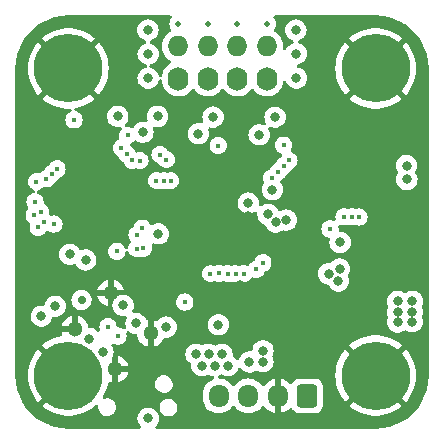
<source format=gbr>
%TF.GenerationSoftware,KiCad,Pcbnew,7.0.8*%
%TF.CreationDate,2023-10-26T11:05:39-04:00*%
%TF.ProjectId,lemon-pepper,6c656d6f-6e2d-4706-9570-7065722e6b69,rev?*%
%TF.SameCoordinates,PX8b85c60PY52f2218*%
%TF.FileFunction,Copper,L2,Inr*%
%TF.FilePolarity,Positive*%
%FSLAX46Y46*%
G04 Gerber Fmt 4.6, Leading zero omitted, Abs format (unit mm)*
G04 Created by KiCad (PCBNEW 7.0.8) date 2023-10-26 11:05:39*
%MOMM*%
%LPD*%
G01*
G04 APERTURE LIST*
G04 Aperture macros list*
%AMRoundRect*
0 Rectangle with rounded corners*
0 $1 Rounding radius*
0 $2 $3 $4 $5 $6 $7 $8 $9 X,Y pos of 4 corners*
0 Add a 4 corners polygon primitive as box body*
4,1,4,$2,$3,$4,$5,$6,$7,$8,$9,$2,$3,0*
0 Add four circle primitives for the rounded corners*
1,1,$1+$1,$2,$3*
1,1,$1+$1,$4,$5*
1,1,$1+$1,$6,$7*
1,1,$1+$1,$8,$9*
0 Add four rect primitives between the rounded corners*
20,1,$1+$1,$2,$3,$4,$5,0*
20,1,$1+$1,$4,$5,$6,$7,0*
20,1,$1+$1,$6,$7,$8,$9,0*
20,1,$1+$1,$8,$9,$2,$3,0*%
G04 Aperture macros list end*
%TA.AperFunction,ComponentPad*%
%ADD10C,0.700000*%
%TD*%
%TA.AperFunction,ComponentPad*%
%ADD11C,1.300000*%
%TD*%
%TA.AperFunction,HeatsinkPad*%
%ADD12C,0.500000*%
%TD*%
%TA.AperFunction,ComponentPad*%
%ADD13O,1.750000X1.750000*%
%TD*%
%TA.AperFunction,ComponentPad*%
%ADD14O,1.750000X2.000000*%
%TD*%
%TA.AperFunction,ComponentPad*%
%ADD15C,5.800000*%
%TD*%
%TA.AperFunction,ComponentPad*%
%ADD16RoundRect,0.250000X0.600000X0.725000X-0.600000X0.725000X-0.600000X-0.725000X0.600000X-0.725000X0*%
%TD*%
%TA.AperFunction,ComponentPad*%
%ADD17O,1.700000X1.950000*%
%TD*%
%TA.AperFunction,ViaPad*%
%ADD18C,0.800000*%
%TD*%
%TA.AperFunction,ViaPad*%
%ADD19C,0.450000*%
%TD*%
G04 APERTURE END LIST*
D10*
%TO.N,*%
%TO.C,J201*%
X-11891366Y-6598979D03*
D11*
%TO.N,GND*%
X-9416493Y-6033293D03*
X-12457052Y-9073852D03*
X-6022380Y-9427406D03*
X-9062939Y-12467965D03*
%TD*%
D12*
%TO.N,/current sense/U_OUT*%
%TO.C,M101*%
X-3700000Y16775000D03*
D13*
X-3700000Y14900000D03*
D14*
X-3700000Y12150000D03*
D12*
%TO.N,/current sense/W_OUT*%
X-1200000Y16775000D03*
D13*
X-1200000Y14900000D03*
D14*
X-1200000Y12150000D03*
D12*
%TO.N,/half bridges/OUT1B*%
X1300000Y16775000D03*
D13*
X1300000Y14900000D03*
D14*
X1300000Y12150000D03*
D12*
%TO.N,/current sense/V_OUT*%
X3800000Y16775000D03*
D13*
X3800000Y14900000D03*
D14*
X3800000Y12150000D03*
%TD*%
D15*
%TO.N,GND*%
%TO.C,H101*%
X-13000000Y-13000000D03*
X13000000Y-13000000D03*
X-13000000Y13000000D03*
X13000000Y13000000D03*
%TD*%
D16*
%TO.N,Vmot*%
%TO.C,J101*%
X7225000Y-14725000D03*
D17*
%TO.N,GND*%
X4725000Y-14725000D03*
%TO.N,/mcu/CANL*%
X2225000Y-14725000D03*
%TO.N,/mcu/CANH*%
X-275000Y-14725000D03*
%TD*%
D18*
%TO.N,GND*%
X7675000Y2750000D03*
X7500000Y-4350000D03*
X-4389562Y-226525D03*
X-2375000Y-14600000D03*
X-15600000Y6950000D03*
X15825000Y-3275000D03*
X-10375000Y675000D03*
X7675000Y1725000D03*
X13625000Y6600000D03*
X-13225000Y7400000D03*
X-9125000Y1975000D03*
X-10375000Y1950000D03*
X6075000Y7175000D03*
X-10375000Y3150000D03*
X13650000Y4175000D03*
X-1950000Y-1300000D03*
X-11650000Y1975000D03*
X8675000Y2725000D03*
X-13350000Y-5250000D03*
X13650000Y3025000D03*
X9300000Y-6225000D03*
X1550000Y-5375000D03*
X6625000Y2800000D03*
X6075000Y-1675000D03*
X-3200000Y3375000D03*
X-75000Y-6100000D03*
X-5395400Y-6375500D03*
X-2400000Y-16525000D03*
X7700000Y3775000D03*
X2223706Y475843D03*
X13650000Y5375000D03*
%TO.N,Vmot*%
X3900000Y650000D03*
X-6275000Y16250000D03*
X15625000Y4775000D03*
X4550000Y0D03*
X6305664Y12175000D03*
X6275000Y14250000D03*
X9950000Y-3975000D03*
X9025000Y-4375000D03*
X5450000Y175000D03*
X-6250000Y12175000D03*
X-6250000Y14225000D03*
X9850000Y-5000000D03*
X-14125000Y-7125000D03*
X6250000Y16250000D03*
X15650000Y3600000D03*
D19*
%TO.N,/mcu/USBD_P*%
X-8800000Y-9650000D03*
X-9650000Y-8850000D03*
D18*
%TO.N,+3V3*%
X-11533925Y-3208574D03*
X16125000Y-6725000D03*
X500000Y-12150000D03*
X16125000Y-7600000D03*
X4500000Y8875000D03*
X-6250000Y-16625000D03*
X-1700000Y-12150000D03*
X-5450000Y8943221D03*
X14875000Y-6725000D03*
X-625000Y-12150000D03*
X-8825000Y8950000D03*
X16100000Y-8450000D03*
X-5375500Y-1000000D03*
X-12874972Y-2731439D03*
X-750000Y8891300D03*
X2225000Y1600000D03*
X-2200000Y-11200000D03*
X-1125000Y-11200000D03*
X14875000Y-7625000D03*
X-300000Y-8700000D03*
X0Y-11200000D03*
X14875000Y-8475000D03*
D19*
%TO.N,/mcu/RESET*%
X-15712500Y3412500D03*
X-12525000Y8650000D03*
X-3150000Y-6775000D03*
%TO.N,/current sense/U_SENSE*%
X-8000000Y7325000D03*
X-14875000Y3650000D03*
%TO.N,/current sense/V_SENSE*%
X-4700000Y5275000D03*
X-8900000Y-2475000D03*
X-6950000Y5200000D03*
X5224500Y6500000D03*
%TO.N,/current sense/W_SENSE*%
X-7600000Y5225000D03*
X-5250000Y5700000D03*
X-15050000Y25000D03*
X-325000Y6475000D03*
D18*
%TO.N,/usb/USB_5V*%
X-10078416Y-11020447D03*
X-11225658Y-9867749D03*
X-7277420Y-8590784D03*
X-4725000Y-8900000D03*
X-15300000Y-7975000D03*
X-8375000Y-7050000D03*
%TO.N,Net-(D603-K)*%
X10000000Y-1725000D03*
X4275000Y2750000D03*
D19*
%TO.N,Net-(D601-K)*%
X5674866Y5213244D03*
X11600000Y425000D03*
%TO.N,/half bridges/ENA*%
X9150000Y-575000D03*
X4225000Y3750000D03*
X-6650000Y-2225000D03*
%TO.N,/encoder/SCK*%
X1150000Y-4375000D03*
X-15825000Y1725000D03*
%TO.N,/encoder/CIPO*%
X-15350000Y875000D03*
X-250000Y-4350000D03*
%TO.N,/encoder/COPI*%
X475000Y-4375000D03*
X-15900000Y600000D03*
%TO.N,/encoder/CS*%
X1850000Y-4375000D03*
X-14226234Y-173766D03*
%TO.N,/encoder/CAL_EN*%
X-15562500Y-437500D03*
X-975000Y-4375000D03*
%TO.N,/mcu/CAN_TX*%
X-4925000Y3500000D03*
X-8050000Y5750000D03*
%TO.N,/mcu/CAN_RX*%
X-8525000Y6275000D03*
X-4342158Y3500000D03*
%TO.N,/half bridges/IN2B*%
X4774750Y4275460D03*
X-14425000Y4075000D03*
%TO.N,/half bridges/IN1A*%
X11000000Y450000D03*
X-7200000Y-1075000D03*
%TO.N,/half bridges/IN2A*%
X-6750000Y-525000D03*
X10325000Y450000D03*
%TO.N,/half bridges/IN1B*%
X-13975000Y4500000D03*
X5225000Y4750000D03*
%TO.N,/mcu/DIR*%
X-7223910Y-2251087D03*
X3455000Y-3450000D03*
%TO.N,/mcu/STEP*%
X2900000Y-4000000D03*
X-5550000Y3500000D03*
D18*
%TO.N,GNDA*%
X-1999500Y7475000D03*
X3150000Y7387992D03*
X3475000Y-11825000D03*
X3475000Y-10900000D03*
X-6699500Y7600000D03*
X2325000Y-11850000D03*
%TD*%
%TA.AperFunction,Conductor*%
%TO.N,GND*%
G36*
X-4322085Y17479538D02*
G01*
X-4267547Y17425000D01*
X-4247585Y17350500D01*
X-4267547Y17276000D01*
X-4285490Y17252617D01*
X-4285259Y17252433D01*
X-4290477Y17245890D01*
X-4380456Y17102691D01*
X-4436314Y16943057D01*
X-4455249Y16775001D01*
X-4455249Y16775000D01*
X-4436314Y16606944D01*
X-4380456Y16447310D01*
X-4300212Y16319603D01*
X-4277478Y16245902D01*
X-4294641Y16170707D01*
X-4347101Y16114168D01*
X-4355458Y16109289D01*
X-4454901Y16055473D01*
X-4634794Y15915457D01*
X-4789179Y15747750D01*
X-4789181Y15747748D01*
X-4789183Y15747745D01*
X-4853270Y15649653D01*
X-4913864Y15556907D01*
X-5005430Y15348157D01*
X-5061391Y15127172D01*
X-5080214Y14900002D01*
X-5080214Y14899999D01*
X-5061391Y14672829D01*
X-5061391Y14672826D01*
X-5061390Y14672824D01*
X-5041246Y14593279D01*
X-5005430Y14451844D01*
X-4913864Y14243094D01*
X-4913862Y14243091D01*
X-4789183Y14052255D01*
X-4634794Y13884544D01*
X-4454906Y13744531D01*
X-4405931Y13718027D01*
X-4349911Y13665012D01*
X-4327904Y13591091D01*
X-4345805Y13516069D01*
X-4398725Y13460107D01*
X-4520875Y13384897D01*
X-4696640Y13230205D01*
X-4843733Y13048034D01*
X-4957925Y12843622D01*
X-4957926Y12843620D01*
X-5035930Y12622847D01*
X-5076483Y12386337D01*
X-5108749Y12316282D01*
X-5171719Y12271746D01*
X-5248521Y12264661D01*
X-5318576Y12296927D01*
X-5363112Y12359897D01*
X-5365047Y12365474D01*
X-5375241Y12396849D01*
X-5422821Y12543284D01*
X-5517467Y12707216D01*
X-5517468Y12707217D01*
X-5517470Y12707221D01*
X-5644128Y12847887D01*
X-5652410Y12853904D01*
X-5797270Y12959151D01*
X-5797271Y12959152D01*
X-5797273Y12959153D01*
X-5970195Y13036143D01*
X-5970197Y13036144D01*
X-6055410Y13054257D01*
X-6124131Y13089272D01*
X-6166137Y13153957D01*
X-6170174Y13230979D01*
X-6135158Y13299701D01*
X-6070473Y13341707D01*
X-6055413Y13345743D01*
X-5970197Y13363856D01*
X-5797270Y13440849D01*
X-5644129Y13552112D01*
X-5568562Y13636037D01*
X-5517470Y13692780D01*
X-5517469Y13692782D01*
X-5517467Y13692784D01*
X-5422821Y13856716D01*
X-5364326Y14036744D01*
X-5344540Y14225000D01*
X-5364326Y14413256D01*
X-5422821Y14593284D01*
X-5517467Y14757216D01*
X-5517468Y14757217D01*
X-5517470Y14757221D01*
X-5644128Y14897887D01*
X-5649199Y14901571D01*
X-5797270Y15009151D01*
X-5797271Y15009152D01*
X-5797273Y15009153D01*
X-5970195Y15086143D01*
X-5970197Y15086144D01*
X-6009104Y15094414D01*
X-6077823Y15129428D01*
X-6119830Y15194113D01*
X-6123867Y15271136D01*
X-6088852Y15339857D01*
X-6024167Y15381864D01*
X-6009108Y15385900D01*
X-5995197Y15388856D01*
X-5822270Y15465849D01*
X-5669129Y15577112D01*
X-5565214Y15692521D01*
X-5542470Y15717780D01*
X-5542469Y15717782D01*
X-5542467Y15717784D01*
X-5447821Y15881716D01*
X-5389326Y16061744D01*
X-5369540Y16250000D01*
X-5389326Y16438256D01*
X-5447821Y16618284D01*
X-5542467Y16782216D01*
X-5542468Y16782217D01*
X-5542470Y16782221D01*
X-5669128Y16922887D01*
X-5696890Y16943057D01*
X-5822270Y17034151D01*
X-5822271Y17034152D01*
X-5822273Y17034153D01*
X-5976209Y17102690D01*
X-5995197Y17111144D01*
X-6101640Y17133769D01*
X-6180352Y17150500D01*
X-6180354Y17150500D01*
X-6369646Y17150500D01*
X-6369648Y17150500D01*
X-6449508Y17133525D01*
X-6554803Y17111144D01*
X-6554805Y17111144D01*
X-6554806Y17111143D01*
X-6727728Y17034153D01*
X-6880873Y16922887D01*
X-7007531Y16782221D01*
X-7102178Y16618286D01*
X-7102181Y16618279D01*
X-7160675Y16438255D01*
X-7180460Y16250000D01*
X-7160675Y16061746D01*
X-7126880Y15957736D01*
X-7102179Y15881716D01*
X-7102178Y15881715D01*
X-7007531Y15717780D01*
X-6897126Y15595165D01*
X-6880871Y15577112D01*
X-6727730Y15465849D01*
X-6554803Y15388856D01*
X-6515897Y15380587D01*
X-6447179Y15345574D01*
X-6405171Y15280890D01*
X-6401133Y15203868D01*
X-6436148Y15135145D01*
X-6500832Y15093137D01*
X-6515892Y15089102D01*
X-6529802Y15086145D01*
X-6702728Y15009153D01*
X-6855873Y14897887D01*
X-6982531Y14757221D01*
X-7077178Y14593286D01*
X-7077181Y14593279D01*
X-7135675Y14413255D01*
X-7155460Y14225000D01*
X-7135675Y14036746D01*
X-7115617Y13975015D01*
X-7077179Y13856716D01*
X-7041887Y13795588D01*
X-6982531Y13692780D01*
X-6859305Y13555926D01*
X-6855871Y13552112D01*
X-6702730Y13440849D01*
X-6529803Y13363856D01*
X-6444592Y13345744D01*
X-6375870Y13310728D01*
X-6333863Y13246043D01*
X-6329827Y13169021D01*
X-6364843Y13100299D01*
X-6429528Y13058292D01*
X-6444592Y13054257D01*
X-6529803Y13036144D01*
X-6529805Y13036144D01*
X-6529806Y13036143D01*
X-6702728Y12959153D01*
X-6855873Y12847887D01*
X-6982531Y12707221D01*
X-7077178Y12543286D01*
X-7077181Y12543279D01*
X-7135675Y12363255D01*
X-7155460Y12175000D01*
X-7135675Y11986746D01*
X-7086705Y11836034D01*
X-7077179Y11806716D01*
X-7022534Y11712067D01*
X-6982531Y11642780D01*
X-6876466Y11524985D01*
X-6855871Y11502112D01*
X-6702730Y11390849D01*
X-6529803Y11313856D01*
X-6408041Y11287975D01*
X-6344648Y11274500D01*
X-6344646Y11274500D01*
X-6155352Y11274500D01*
X-6115996Y11282866D01*
X-5970197Y11313856D01*
X-5797270Y11390849D01*
X-5644129Y11502112D01*
X-5535210Y11623078D01*
X-5517470Y11642780D01*
X-5517469Y11642782D01*
X-5517467Y11642784D01*
X-5422821Y11806716D01*
X-5364497Y11986220D01*
X-5322493Y12050899D01*
X-5253771Y12085915D01*
X-5176749Y12081879D01*
X-5112064Y12039872D01*
X-5077048Y11971150D01*
X-5074329Y11952808D01*
X-5060616Y11791699D01*
X-5001618Y11565113D01*
X-5001615Y11565105D01*
X-4905174Y11351753D01*
X-4774061Y11157764D01*
X-4774059Y11157762D01*
X-4774057Y11157759D01*
X-4612044Y10988717D01*
X-4423792Y10849487D01*
X-4214718Y10744074D01*
X-3990837Y10675511D01*
X-3758589Y10645771D01*
X-3524655Y10655708D01*
X-3295766Y10705038D01*
X-3078506Y10792340D01*
X-2879125Y10915104D01*
X-2703359Y11069797D01*
X-2563868Y11242555D01*
X-2501537Y11287975D01*
X-2424843Y11296147D01*
X-2354339Y11264876D01*
X-2324495Y11232384D01*
X-2274061Y11157764D01*
X-2274059Y11157762D01*
X-2274057Y11157759D01*
X-2112044Y10988717D01*
X-1923792Y10849487D01*
X-1714718Y10744074D01*
X-1490837Y10675511D01*
X-1258589Y10645771D01*
X-1024655Y10655708D01*
X-795766Y10705038D01*
X-578506Y10792340D01*
X-379125Y10915104D01*
X-203359Y11069797D01*
X-63868Y11242555D01*
X-1537Y11287975D01*
X75157Y11296147D01*
X145661Y11264876D01*
X175505Y11232384D01*
X225939Y11157764D01*
X225941Y11157762D01*
X225943Y11157759D01*
X387956Y10988717D01*
X576208Y10849487D01*
X785282Y10744074D01*
X1009163Y10675511D01*
X1241411Y10645771D01*
X1475345Y10655708D01*
X1704234Y10705038D01*
X1921494Y10792340D01*
X2120875Y10915104D01*
X2296641Y11069797D01*
X2436132Y11242555D01*
X2498463Y11287975D01*
X2575157Y11296147D01*
X2645661Y11264876D01*
X2675505Y11232384D01*
X2725939Y11157764D01*
X2725941Y11157762D01*
X2725943Y11157759D01*
X2887956Y10988717D01*
X3076208Y10849487D01*
X3285282Y10744074D01*
X3509163Y10675511D01*
X3741411Y10645771D01*
X3975345Y10655708D01*
X4204234Y10705038D01*
X4421494Y10792340D01*
X4620875Y10915104D01*
X4796641Y11069797D01*
X4943735Y11251970D01*
X5057926Y11456381D01*
X5135929Y11677151D01*
X5166780Y11857078D01*
X5199044Y11927129D01*
X5262014Y11971666D01*
X5338816Y11978751D01*
X5408871Y11946486D01*
X5453408Y11883516D01*
X5455343Y11877939D01*
X5478485Y11806716D01*
X5533130Y11712067D01*
X5573133Y11642780D01*
X5679198Y11524985D01*
X5699793Y11502112D01*
X5852934Y11390849D01*
X6025861Y11313856D01*
X6147623Y11287975D01*
X6211016Y11274500D01*
X6211018Y11274500D01*
X6400312Y11274500D01*
X6439668Y11282866D01*
X6585467Y11313856D01*
X6758394Y11390849D01*
X6911535Y11502112D01*
X7020454Y11623078D01*
X7038194Y11642780D01*
X7038195Y11642782D01*
X7038197Y11642784D01*
X7132843Y11806716D01*
X7191338Y11986744D01*
X7211124Y12175000D01*
X7191338Y12363256D01*
X7132843Y12543284D01*
X7038197Y12707216D01*
X7038196Y12707217D01*
X7038194Y12707221D01*
X6911536Y12847887D01*
X6903254Y12853904D01*
X6758394Y12959151D01*
X6758393Y12959152D01*
X6758391Y12959153D01*
X6666647Y13000000D01*
X9595006Y13000000D01*
X9614965Y12631864D01*
X9614965Y12631858D01*
X9674613Y12268026D01*
X9674613Y12268024D01*
X9773247Y11912779D01*
X9773249Y11912774D01*
X9909709Y11570285D01*
X9909715Y11570272D01*
X10082404Y11244544D01*
X10082407Y11244539D01*
X10289303Y10939392D01*
X10289312Y10939380D01*
X10425496Y10779052D01*
X10425497Y10779052D01*
X11741350Y12094906D01*
X11795456Y12016520D01*
X11968816Y11836034D01*
X12094865Y11741314D01*
X10776520Y10422969D01*
X10795657Y10404841D01*
X10795658Y10404840D01*
X11089165Y10181722D01*
X11405066Y9991650D01*
X11739684Y9836840D01*
X11739694Y9836835D01*
X12089063Y9719120D01*
X12449131Y9639863D01*
X12815656Y9600001D01*
X12815666Y9600000D01*
X13184334Y9600000D01*
X13184343Y9600001D01*
X13550868Y9639863D01*
X13550869Y9639863D01*
X13910936Y9719120D01*
X14260305Y9836835D01*
X14260315Y9836840D01*
X14594933Y9991650D01*
X14910834Y10181722D01*
X15204352Y10404849D01*
X15223479Y10422968D01*
X13906879Y11739568D01*
X13934180Y11756832D01*
X14121501Y11922784D01*
X14260511Y12093042D01*
X15574501Y10779052D01*
X15710690Y10939383D01*
X15710694Y10939389D01*
X15917592Y11244539D01*
X15917595Y11244544D01*
X16090284Y11570272D01*
X16090290Y11570285D01*
X16226750Y11912774D01*
X16226752Y11912779D01*
X16325386Y12268024D01*
X16325386Y12268026D01*
X16385034Y12631858D01*
X16385034Y12631864D01*
X16404994Y13000000D01*
X16404994Y13000009D01*
X16385034Y13368137D01*
X16385034Y13368143D01*
X16325386Y13731975D01*
X16325386Y13731977D01*
X16226752Y14087222D01*
X16226750Y14087227D01*
X16090290Y14429716D01*
X16090284Y14429729D01*
X15917595Y14755457D01*
X15917592Y14755462D01*
X15710696Y15060609D01*
X15710687Y15060621D01*
X15574502Y15220950D01*
X15574501Y15220950D01*
X14258648Y13905097D01*
X14204544Y13983480D01*
X14031184Y14163966D01*
X13905132Y14258688D01*
X15223479Y15577034D01*
X15204347Y15595156D01*
X14910834Y15818279D01*
X14594933Y16008351D01*
X14260315Y16163161D01*
X14260305Y16163166D01*
X13910936Y16280881D01*
X13550868Y16360138D01*
X13184343Y16400000D01*
X12815656Y16400000D01*
X12449131Y16360138D01*
X12449130Y16360138D01*
X12089063Y16280881D01*
X11739694Y16163166D01*
X11739684Y16163161D01*
X11405066Y16008351D01*
X11089165Y15818279D01*
X10795663Y15595165D01*
X10776520Y15577033D01*
X12093120Y14260433D01*
X12065820Y14243168D01*
X11878499Y14077216D01*
X11739488Y13906959D01*
X10425497Y15220950D01*
X10425496Y15220950D01*
X10289308Y15060617D01*
X10289306Y15060614D01*
X10082402Y14755453D01*
X9909715Y14429729D01*
X9909709Y14429716D01*
X9773249Y14087227D01*
X9773247Y14087222D01*
X9674613Y13731977D01*
X9674613Y13731975D01*
X9614965Y13368143D01*
X9614965Y13368137D01*
X9595006Y13000009D01*
X9595006Y13000000D01*
X6666647Y13000000D01*
X6585469Y13036143D01*
X6585467Y13036144D01*
X6460930Y13062615D01*
X6426116Y13070015D01*
X6357394Y13105031D01*
X6315387Y13169716D01*
X6311351Y13246738D01*
X6346367Y13315460D01*
X6411052Y13357467D01*
X6426116Y13361503D01*
X6554803Y13388856D01*
X6727730Y13465849D01*
X6880871Y13577112D01*
X6961478Y13666635D01*
X7007530Y13717780D01*
X7007531Y13717782D01*
X7007533Y13717784D01*
X7102179Y13881716D01*
X7160674Y14061744D01*
X7180460Y14250000D01*
X7160674Y14438256D01*
X7102179Y14618284D01*
X7007533Y14782216D01*
X7007532Y14782217D01*
X7007530Y14782221D01*
X6880872Y14922887D01*
X6849307Y14945820D01*
X6727730Y15034151D01*
X6727729Y15034152D01*
X6727727Y15034153D01*
X6554800Y15111146D01*
X6548911Y15113059D01*
X6484227Y15155067D01*
X6449213Y15223790D01*
X6453252Y15300812D01*
X6495260Y15365496D01*
X6534350Y15390881D01*
X6702730Y15465849D01*
X6855871Y15577112D01*
X6959786Y15692521D01*
X6982530Y15717780D01*
X6982531Y15717782D01*
X6982533Y15717784D01*
X7077179Y15881716D01*
X7135674Y16061744D01*
X7155460Y16250000D01*
X7135674Y16438256D01*
X7077179Y16618284D01*
X6982533Y16782216D01*
X6982532Y16782217D01*
X6982530Y16782221D01*
X6855872Y16922887D01*
X6828110Y16943057D01*
X6702730Y17034151D01*
X6702729Y17034152D01*
X6702727Y17034153D01*
X6548791Y17102690D01*
X6529803Y17111144D01*
X6423360Y17133769D01*
X6344648Y17150500D01*
X6344646Y17150500D01*
X6155354Y17150500D01*
X6155352Y17150500D01*
X6075492Y17133525D01*
X5970197Y17111144D01*
X5970195Y17111144D01*
X5970194Y17111143D01*
X5797272Y17034153D01*
X5644127Y16922887D01*
X5517469Y16782221D01*
X5422822Y16618286D01*
X5422819Y16618279D01*
X5364325Y16438255D01*
X5344540Y16250000D01*
X5364325Y16061746D01*
X5398120Y15957736D01*
X5422821Y15881716D01*
X5422822Y15881715D01*
X5517469Y15717780D01*
X5627874Y15595165D01*
X5644129Y15577112D01*
X5797270Y15465849D01*
X5970197Y15388856D01*
X5970200Y15388856D01*
X5976082Y15386944D01*
X6040768Y15344939D01*
X6075784Y15276218D01*
X6071749Y15199195D01*
X6029744Y15134509D01*
X5990646Y15109118D01*
X5822271Y15034152D01*
X5669127Y14922887D01*
X5542469Y14782221D01*
X5447818Y14618279D01*
X5447449Y14617449D01*
X5447067Y14616979D01*
X5443917Y14611521D01*
X5443052Y14612021D01*
X5398907Y14557512D01*
X5326900Y14529875D01*
X5250723Y14541945D01*
X5190786Y14590487D01*
X5163149Y14662494D01*
X5162843Y14690364D01*
X5168237Y14755453D01*
X5180214Y14900000D01*
X5178317Y14922888D01*
X5164545Y15089102D01*
X5161390Y15127176D01*
X5105430Y15348155D01*
X5013862Y15556909D01*
X4889183Y15747745D01*
X4734794Y15915456D01*
X4554906Y16055469D01*
X4554905Y16055470D01*
X4455457Y16109288D01*
X4399437Y16162302D01*
X4377430Y16236224D01*
X4395331Y16311246D01*
X4400204Y16319591D01*
X4480456Y16447310D01*
X4536313Y16606941D01*
X4555249Y16775000D01*
X4536313Y16943059D01*
X4480456Y17102690D01*
X4390477Y17245890D01*
X4390472Y17245895D01*
X4385259Y17252433D01*
X4386462Y17253393D01*
X4352662Y17311936D01*
X4352662Y17389064D01*
X4391226Y17455859D01*
X4458021Y17494423D01*
X4496585Y17499500D01*
X12999500Y17499500D01*
X13000000Y17499500D01*
X13194602Y17491004D01*
X13394966Y17481740D01*
X13401221Y17481185D01*
X13601571Y17454808D01*
X13795578Y17427745D01*
X13801345Y17426705D01*
X13999710Y17382729D01*
X14189661Y17338052D01*
X14194977Y17336592D01*
X14322788Y17296293D01*
X14389219Y17275347D01*
X14422180Y17264300D01*
X14574134Y17213371D01*
X14578906Y17211585D01*
X14767446Y17133489D01*
X14945794Y17054740D01*
X14950060Y17052690D01*
X15131369Y16958307D01*
X15158747Y16943057D01*
X15301681Y16863443D01*
X15305458Y16861190D01*
X15391522Y16806363D01*
X15478059Y16751232D01*
X15639014Y16640976D01*
X15642239Y16638636D01*
X15804780Y16513914D01*
X15955012Y16389163D01*
X15957715Y16386804D01*
X16107011Y16250000D01*
X16108911Y16248259D01*
X16248258Y16108912D01*
X16386798Y15957722D01*
X16389175Y15954998D01*
X16513912Y15804783D01*
X16638634Y15642241D01*
X16640984Y15639002D01*
X16751229Y15478064D01*
X16759012Y15465848D01*
X16861188Y15305460D01*
X16863440Y15301684D01*
X16958309Y15131364D01*
X17052688Y14950062D01*
X17054751Y14945769D01*
X17133492Y14767436D01*
X17165417Y14690364D01*
X17211574Y14578930D01*
X17213380Y14574103D01*
X17224159Y14541945D01*
X17275346Y14389220D01*
X17336583Y14195001D01*
X17338052Y14189654D01*
X17382737Y13999669D01*
X17426697Y13801378D01*
X17427749Y13795544D01*
X17454816Y13601505D01*
X17481181Y13401242D01*
X17481739Y13394956D01*
X17491009Y13194465D01*
X17499500Y13000000D01*
X17499500Y-13000000D01*
X17491009Y-13194464D01*
X17481739Y-13394954D01*
X17481181Y-13401240D01*
X17454816Y-13601504D01*
X17427749Y-13795542D01*
X17426697Y-13801376D01*
X17382728Y-13999707D01*
X17338057Y-14189635D01*
X17336588Y-14194982D01*
X17275325Y-14389287D01*
X17213390Y-14574075D01*
X17211581Y-14578910D01*
X17133475Y-14767477D01*
X17054753Y-14945762D01*
X17052683Y-14950070D01*
X16958304Y-15131373D01*
X16863441Y-15301682D01*
X16861189Y-15305459D01*
X16751225Y-15478069D01*
X16640984Y-15639000D01*
X16638626Y-15642250D01*
X16513905Y-15804791D01*
X16389190Y-15954979D01*
X16386802Y-15957717D01*
X16248236Y-16108935D01*
X16108935Y-16248236D01*
X15957717Y-16386802D01*
X15954979Y-16389190D01*
X15804791Y-16513905D01*
X15642250Y-16638626D01*
X15639000Y-16640984D01*
X15478069Y-16751225D01*
X15305459Y-16861189D01*
X15301682Y-16863441D01*
X15131373Y-16958304D01*
X14950070Y-17052683D01*
X14945762Y-17054753D01*
X14767477Y-17133475D01*
X14578910Y-17211581D01*
X14574075Y-17213390D01*
X14389287Y-17275325D01*
X14194982Y-17336588D01*
X14189635Y-17338057D01*
X13999707Y-17382728D01*
X13801376Y-17426697D01*
X13795542Y-17427749D01*
X13601504Y-17454816D01*
X13401240Y-17481181D01*
X13394954Y-17481739D01*
X13194464Y-17491009D01*
X13000000Y-17499500D01*
X-5491001Y-17499500D01*
X-5565501Y-17479538D01*
X-5620039Y-17425000D01*
X-5640001Y-17350500D01*
X-5620039Y-17276000D01*
X-5601729Y-17250799D01*
X-5517470Y-17157220D01*
X-5517469Y-17157218D01*
X-5517467Y-17157216D01*
X-5422821Y-16993284D01*
X-5364326Y-16813256D01*
X-5344540Y-16625000D01*
X-5364326Y-16436744D01*
X-5421670Y-16260261D01*
X-5424793Y-16200676D01*
X-5445960Y-16192267D01*
X-5486021Y-16147251D01*
X-5494218Y-16133054D01*
X-5517467Y-16092784D01*
X-5517468Y-16092783D01*
X-5517470Y-16092779D01*
X-5644128Y-15952113D01*
X-5677273Y-15928032D01*
X-5797270Y-15840849D01*
X-5797271Y-15840848D01*
X-5797273Y-15840847D01*
X-5970195Y-15763857D01*
X-5970197Y-15763856D01*
X-6005567Y-15756338D01*
X-5287412Y-15756338D01*
X-5257137Y-15928034D01*
X-5220169Y-16013735D01*
X-5209181Y-16088754D01*
X-5180262Y-16103489D01*
X-5160446Y-16125241D01*
X-5083974Y-16227961D01*
X-4950422Y-16340025D01*
X-4950421Y-16340025D01*
X-4950419Y-16340027D01*
X-4794620Y-16418272D01*
X-4624976Y-16458478D01*
X-4624974Y-16458478D01*
X-4494366Y-16458478D01*
X-4494362Y-16458477D01*
X-4364641Y-16443315D01*
X-4200812Y-16383686D01*
X-4055151Y-16287883D01*
X-3935509Y-16161071D01*
X-3848338Y-16010085D01*
X-3798336Y-15843066D01*
X-3788198Y-15669018D01*
X-3818473Y-15497324D01*
X-3825614Y-15480768D01*
X-3887527Y-15337237D01*
X-3991637Y-15197394D01*
X-4125189Y-15085330D01*
X-4280987Y-15007085D01*
X-4280989Y-15007084D01*
X-4280990Y-15007084D01*
X-4450634Y-14966878D01*
X-4581241Y-14966878D01*
X-4581250Y-14966878D01*
X-4710965Y-14982040D01*
X-4710969Y-14982040D01*
X-4874794Y-15041668D01*
X-4874796Y-15041669D01*
X-4874798Y-15041670D01*
X-4974745Y-15107406D01*
X-5020464Y-15137476D01*
X-5140096Y-15264278D01*
X-5140104Y-15264289D01*
X-5227272Y-15415269D01*
X-5227273Y-15415271D01*
X-5252641Y-15500009D01*
X-5275699Y-15577031D01*
X-5277274Y-15582291D01*
X-5287412Y-15756332D01*
X-5287412Y-15756338D01*
X-6005567Y-15756338D01*
X-6076640Y-15741231D01*
X-6155352Y-15724500D01*
X-6155354Y-15724500D01*
X-6344646Y-15724500D01*
X-6344648Y-15724500D01*
X-6428582Y-15742341D01*
X-6529803Y-15763856D01*
X-6529805Y-15763856D01*
X-6529806Y-15763857D01*
X-6702728Y-15840847D01*
X-6855873Y-15952113D01*
X-6982531Y-16092779D01*
X-7077178Y-16256714D01*
X-7077181Y-16256721D01*
X-7135675Y-16436745D01*
X-7155460Y-16625000D01*
X-7135675Y-16813254D01*
X-7088545Y-16958304D01*
X-7077179Y-16993284D01*
X-7042885Y-17052683D01*
X-6982531Y-17157220D01*
X-6898271Y-17250799D01*
X-6863255Y-17319521D01*
X-6867291Y-17396543D01*
X-6909298Y-17461228D01*
X-6978020Y-17496244D01*
X-7008999Y-17499500D01*
X-13000000Y-17499500D01*
X-13194465Y-17491009D01*
X-13394956Y-17481739D01*
X-13401242Y-17481181D01*
X-13601505Y-17454816D01*
X-13795544Y-17427749D01*
X-13801379Y-17426697D01*
X-13999708Y-17382728D01*
X-14189637Y-17338057D01*
X-14194984Y-17336588D01*
X-14389288Y-17275325D01*
X-14510529Y-17234690D01*
X-14574085Y-17213388D01*
X-14578912Y-17211581D01*
X-14767478Y-17133475D01*
X-14945763Y-17054754D01*
X-14950072Y-17052683D01*
X-15131373Y-16958304D01*
X-15301684Y-16863441D01*
X-15305461Y-16861189D01*
X-15478070Y-16751225D01*
X-15639002Y-16640984D01*
X-15642252Y-16638626D01*
X-15804792Y-16513905D01*
X-15954981Y-16389190D01*
X-15957719Y-16386801D01*
X-16108936Y-16248236D01*
X-16248237Y-16108935D01*
X-16263041Y-16092779D01*
X-16386808Y-15957712D01*
X-16389192Y-15954979D01*
X-16513906Y-15804791D01*
X-16638628Y-15642250D01*
X-16640986Y-15639000D01*
X-16671018Y-15595159D01*
X-16751226Y-15478069D01*
X-16791234Y-15415269D01*
X-16861198Y-15305447D01*
X-16863444Y-15301681D01*
X-16908412Y-15220948D01*
X-16958304Y-15131373D01*
X-17052686Y-14950068D01*
X-17054745Y-14945784D01*
X-17133476Y-14767477D01*
X-17211591Y-14578890D01*
X-17213381Y-14574107D01*
X-17275326Y-14389287D01*
X-17336592Y-14194976D01*
X-17338053Y-14189660D01*
X-17382729Y-13999707D01*
X-17397436Y-13933368D01*
X-17426705Y-13801345D01*
X-17427745Y-13795578D01*
X-17454817Y-13601504D01*
X-17481185Y-13401221D01*
X-17481740Y-13394966D01*
X-17491004Y-13194602D01*
X-17499500Y-13000000D01*
X-16404994Y-13000000D01*
X-16385035Y-13368136D01*
X-16385035Y-13368142D01*
X-16325387Y-13731974D01*
X-16325387Y-13731976D01*
X-16226753Y-14087221D01*
X-16226751Y-14087226D01*
X-16090291Y-14429715D01*
X-16090285Y-14429728D01*
X-15917596Y-14755456D01*
X-15917593Y-14755461D01*
X-15710697Y-15060608D01*
X-15710688Y-15060620D01*
X-15574504Y-15220948D01*
X-15574503Y-15220948D01*
X-14258650Y-13905094D01*
X-14204544Y-13983480D01*
X-14031184Y-14163966D01*
X-13905135Y-14258685D01*
X-15223480Y-15577031D01*
X-15204343Y-15595159D01*
X-15204342Y-15595160D01*
X-14910835Y-15818278D01*
X-14594934Y-16008350D01*
X-14260316Y-16163160D01*
X-14260306Y-16163165D01*
X-13910937Y-16280880D01*
X-13550869Y-16360137D01*
X-13184344Y-16399999D01*
X-13184334Y-16400000D01*
X-12815666Y-16400000D01*
X-12815657Y-16399999D01*
X-12449132Y-16360137D01*
X-12449131Y-16360137D01*
X-12089064Y-16280880D01*
X-11739695Y-16163165D01*
X-11739685Y-16163160D01*
X-11405067Y-16008350D01*
X-11089166Y-15818278D01*
X-10795654Y-15595155D01*
X-10713683Y-15517509D01*
X-10645868Y-15480768D01*
X-10568768Y-15482856D01*
X-10503042Y-15523214D01*
X-10466301Y-15591029D01*
X-10462467Y-15634346D01*
X-10467940Y-15728308D01*
X-10467940Y-15728315D01*
X-10437665Y-15900011D01*
X-10368612Y-16060095D01*
X-10264502Y-16199938D01*
X-10130950Y-16312002D01*
X-10130949Y-16312002D01*
X-10130947Y-16312004D01*
X-9975148Y-16390249D01*
X-9805504Y-16430455D01*
X-9805502Y-16430455D01*
X-9674894Y-16430455D01*
X-9674890Y-16430454D01*
X-9545169Y-16415292D01*
X-9381340Y-16355663D01*
X-9235679Y-16259860D01*
X-9205583Y-16227961D01*
X-9161869Y-16181627D01*
X-9116037Y-16133048D01*
X-9028866Y-15982062D01*
X-8978864Y-15815043D01*
X-8968726Y-15640995D01*
X-8999001Y-15469301D01*
X-9020085Y-15420421D01*
X-9068055Y-15309214D01*
X-9172165Y-15169371D01*
X-9305717Y-15057307D01*
X-9461515Y-14979062D01*
X-9461517Y-14979061D01*
X-9461518Y-14979061D01*
X-9631162Y-14938855D01*
X-9761769Y-14938855D01*
X-9761778Y-14938855D01*
X-9891493Y-14954017D01*
X-9891498Y-14954018D01*
X-9894404Y-14955076D01*
X-9896871Y-14955291D01*
X-9899939Y-14956019D01*
X-9900046Y-14955569D01*
X-9971238Y-14961795D01*
X-10041139Y-14929197D01*
X-10085376Y-14866016D01*
X-10092095Y-14789182D01*
X-10077003Y-14745267D01*
X-9909716Y-14429728D01*
X-9909710Y-14429715D01*
X-9773250Y-14087226D01*
X-9773248Y-14087221D01*
X-9682859Y-13761672D01*
X-5675136Y-13761672D01*
X-5644861Y-13933368D01*
X-5575808Y-14093452D01*
X-5471698Y-14233295D01*
X-5338146Y-14345359D01*
X-5338145Y-14345359D01*
X-5338143Y-14345361D01*
X-5182344Y-14423606D01*
X-5012700Y-14463812D01*
X-5012698Y-14463812D01*
X-4882090Y-14463812D01*
X-4882086Y-14463811D01*
X-4752365Y-14448649D01*
X-4588536Y-14389020D01*
X-4442875Y-14293217D01*
X-4402101Y-14250000D01*
X-4323239Y-14166411D01*
X-4323233Y-14166405D01*
X-4236062Y-14015419D01*
X-4186060Y-13848400D01*
X-4175922Y-13674352D01*
X-4206197Y-13502658D01*
X-4206560Y-13501815D01*
X-4275251Y-13342571D01*
X-4379361Y-13202728D01*
X-4512913Y-13090664D01*
X-4668711Y-13012419D01*
X-4668713Y-13012418D01*
X-4668714Y-13012418D01*
X-4838358Y-12972212D01*
X-4968965Y-12972212D01*
X-4968974Y-12972212D01*
X-5098689Y-12987374D01*
X-5098693Y-12987374D01*
X-5262518Y-13047002D01*
X-5262520Y-13047003D01*
X-5262522Y-13047004D01*
X-5351245Y-13105358D01*
X-5408188Y-13142810D01*
X-5527820Y-13269612D01*
X-5527828Y-13269623D01*
X-5614996Y-13420603D01*
X-5614997Y-13420605D01*
X-5639308Y-13501813D01*
X-5664998Y-13587624D01*
X-5665806Y-13601504D01*
X-5675136Y-13761666D01*
X-5675136Y-13761672D01*
X-9682859Y-13761672D01*
X-9674614Y-13731976D01*
X-9674613Y-13731971D01*
X-9663045Y-13661411D01*
X-9631293Y-13591122D01*
X-9568651Y-13546125D01*
X-9491903Y-13538479D01*
X-9462183Y-13546578D01*
X-9379006Y-13578801D01*
X-9378988Y-13578806D01*
X-9312940Y-13591151D01*
X-9312939Y-13591151D01*
X-9312939Y-12842168D01*
X-9260397Y-12877991D01*
X-9130767Y-12917977D01*
X-9029216Y-12917977D01*
X-8928797Y-12902841D01*
X-8812939Y-12847046D01*
X-8812939Y-13591151D01*
X-8746891Y-13578806D01*
X-8746873Y-13578801D01*
X-8548149Y-13501815D01*
X-8548146Y-13501813D01*
X-8366939Y-13389615D01*
X-8209438Y-13246033D01*
X-8081004Y-13075961D01*
X-7986001Y-12885168D01*
X-7938427Y-12717965D01*
X-8687647Y-12717965D01*
X-8639303Y-12634230D01*
X-8609117Y-12501974D01*
X-8619254Y-12366697D01*
X-8668815Y-12240418D01*
X-8686721Y-12217965D01*
X-7938427Y-12217965D01*
X-7986001Y-12050761D01*
X-8081004Y-11859968D01*
X-8209438Y-11689896D01*
X-8366939Y-11546314D01*
X-8548146Y-11434116D01*
X-8548149Y-11434114D01*
X-8746874Y-11357128D01*
X-8812939Y-11344777D01*
X-8812939Y-12093761D01*
X-8865481Y-12057939D01*
X-8995111Y-12017953D01*
X-9096662Y-12017953D01*
X-9197081Y-12033089D01*
X-9312939Y-12088883D01*
X-9312939Y-11535526D01*
X-9292978Y-11461027D01*
X-9251237Y-11388731D01*
X-9192742Y-11208703D01*
X-9191827Y-11200000D01*
X-3105460Y-11200000D01*
X-3085675Y-11388254D01*
X-3041248Y-11524985D01*
X-3027179Y-11568284D01*
X-3026024Y-11570284D01*
X-2932531Y-11732220D01*
X-2805873Y-11872886D01*
X-2805871Y-11872888D01*
X-2662214Y-11977260D01*
X-2613677Y-12037199D01*
X-2601611Y-12113376D01*
X-2605460Y-12149999D01*
X-2585675Y-12338254D01*
X-2527181Y-12518278D01*
X-2527179Y-12518284D01*
X-2491044Y-12580871D01*
X-2432531Y-12682220D01*
X-2305873Y-12822886D01*
X-2305871Y-12822888D01*
X-2152730Y-12934151D01*
X-2152729Y-12934151D01*
X-2152728Y-12934152D01*
X-2128252Y-12945049D01*
X-1979803Y-13011144D01*
X-1838685Y-13041139D01*
X-1794648Y-13050500D01*
X-1794646Y-13050500D01*
X-1605352Y-13050500D01*
X-1563106Y-13041520D01*
X-1420197Y-13011144D01*
X-1247270Y-12934151D01*
X-1247270Y-12934150D01*
X-1247268Y-12934150D01*
X-1240509Y-12930248D01*
X-1239436Y-12932106D01*
X-1178075Y-12908552D01*
X-1101897Y-12920618D01*
X-1084673Y-12930562D01*
X-1084491Y-12930248D01*
X-1077733Y-12934150D01*
X-1019681Y-12959996D01*
X-904803Y-13011144D01*
X-761891Y-13041520D01*
X-693171Y-13076535D01*
X-651164Y-13141220D01*
X-647127Y-13218243D01*
X-682142Y-13286964D01*
X-733557Y-13321653D01*
X-732766Y-13323348D01*
X-738659Y-13326095D01*
X-738663Y-13326097D01*
X-952829Y-13425965D01*
X-952832Y-13425966D01*
X-952832Y-13425967D01*
X-1146404Y-13561507D01*
X-1313493Y-13728596D01*
X-1437965Y-13906362D01*
X-1449035Y-13922171D01*
X-1526002Y-14087226D01*
X-1548904Y-14136340D01*
X-1610063Y-14364590D01*
X-1610063Y-14364592D01*
X-1625500Y-14541034D01*
X-1625500Y-14908966D01*
X-1616341Y-15013647D01*
X-1610063Y-15085409D01*
X-1587565Y-15169372D01*
X-1548903Y-15313663D01*
X-1449035Y-15527829D01*
X-1313495Y-15721401D01*
X-1146401Y-15888495D01*
X-952830Y-16024035D01*
X-738663Y-16123903D01*
X-510408Y-16185063D01*
X-275000Y-16205659D01*
X-39592Y-16185063D01*
X188663Y-16123903D01*
X402829Y-16024035D01*
X596401Y-15888495D01*
X763495Y-15721401D01*
X852948Y-15593648D01*
X912029Y-15544073D01*
X987986Y-15530680D01*
X1060463Y-15557059D01*
X1097051Y-15593647D01*
X1186505Y-15721401D01*
X1353599Y-15888495D01*
X1547170Y-16024035D01*
X1761337Y-16123903D01*
X1989592Y-16185063D01*
X2225000Y-16205659D01*
X2460408Y-16185063D01*
X2688663Y-16123903D01*
X2902829Y-16024035D01*
X3096401Y-15888495D01*
X3263495Y-15721401D01*
X3353252Y-15593214D01*
X3412334Y-15543637D01*
X3488291Y-15530244D01*
X3560767Y-15556623D01*
X3597359Y-15593214D01*
X3686891Y-15721079D01*
X3853923Y-15888111D01*
X4047411Y-16023593D01*
X4047420Y-16023599D01*
X4261508Y-16123430D01*
X4261513Y-16123432D01*
X4475000Y-16180634D01*
X4475000Y-15133018D01*
X4589801Y-15185446D01*
X4691025Y-15200000D01*
X4758975Y-15200000D01*
X4860199Y-15185446D01*
X4975000Y-15133018D01*
X4975000Y-16180633D01*
X5188486Y-16123432D01*
X5402580Y-16023597D01*
X5596079Y-15888108D01*
X5720974Y-15763213D01*
X5787768Y-15724649D01*
X5864896Y-15724649D01*
X5931692Y-15763213D01*
X5953146Y-15790347D01*
X6032288Y-15918656D01*
X6156344Y-16042712D01*
X6305666Y-16134814D01*
X6472203Y-16189999D01*
X6574991Y-16200500D01*
X7875008Y-16200499D01*
X7977797Y-16189999D01*
X8144334Y-16134814D01*
X8293656Y-16042712D01*
X8417712Y-15918656D01*
X8509814Y-15769334D01*
X8564999Y-15602797D01*
X8575500Y-15500009D01*
X8575499Y-13949992D01*
X8564999Y-13847203D01*
X8509814Y-13680666D01*
X8417712Y-13531344D01*
X8293656Y-13407288D01*
X8144334Y-13315186D01*
X8059166Y-13286964D01*
X7977798Y-13260001D01*
X7960665Y-13258250D01*
X7875009Y-13249500D01*
X7875004Y-13249500D01*
X6574996Y-13249500D01*
X6472202Y-13260001D01*
X6305666Y-13315186D01*
X6156343Y-13407288D01*
X6032288Y-13531343D01*
X5953150Y-13659648D01*
X5897049Y-13712577D01*
X5822000Y-13730364D01*
X5748112Y-13708244D01*
X5720974Y-13686786D01*
X5596076Y-13561888D01*
X5402588Y-13426406D01*
X5402579Y-13426400D01*
X5188491Y-13326569D01*
X5188489Y-13326568D01*
X4975000Y-13269364D01*
X4975000Y-14316981D01*
X4860199Y-14264554D01*
X4758975Y-14250000D01*
X4691025Y-14250000D01*
X4589801Y-14264554D01*
X4475000Y-14316981D01*
X4475000Y-13269364D01*
X4474999Y-13269364D01*
X4261512Y-13326568D01*
X4047419Y-13426402D01*
X3853920Y-13561891D01*
X3686888Y-13728923D01*
X3597358Y-13856785D01*
X3538274Y-13906362D01*
X3462318Y-13919755D01*
X3389842Y-13893375D01*
X3353251Y-13856785D01*
X3347380Y-13848400D01*
X3263495Y-13728599D01*
X3096401Y-13561505D01*
X2902830Y-13425965D01*
X2688663Y-13326097D01*
X2688661Y-13326096D01*
X2460409Y-13264937D01*
X2225000Y-13244341D01*
X1989590Y-13264937D01*
X1761340Y-13326096D01*
X1761339Y-13326096D01*
X1761337Y-13326097D01*
X1547171Y-13425965D01*
X1547168Y-13425966D01*
X1547168Y-13425967D01*
X1353596Y-13561507D01*
X1186506Y-13728597D01*
X1097054Y-13856349D01*
X1037970Y-13905926D01*
X962014Y-13919319D01*
X889537Y-13892940D01*
X852946Y-13856349D01*
X814454Y-13801377D01*
X763495Y-13728599D01*
X596401Y-13561505D01*
X402830Y-13425965D01*
X188663Y-13326097D01*
X188661Y-13326096D01*
X-39591Y-13264937D01*
X-197473Y-13251123D01*
X-269950Y-13224743D01*
X-319526Y-13165659D01*
X-332919Y-13089703D01*
X-306539Y-13017226D01*
X-247455Y-12967650D01*
X-245229Y-12966634D01*
X-172270Y-12934151D01*
X-150080Y-12918028D01*
X-78076Y-12890388D01*
X-1898Y-12902453D01*
X25076Y-12918026D01*
X47270Y-12934151D01*
X47271Y-12934151D01*
X47272Y-12934152D01*
X71748Y-12945049D01*
X220197Y-13011144D01*
X361315Y-13041139D01*
X405352Y-13050500D01*
X405354Y-13050500D01*
X594648Y-13050500D01*
X636894Y-13041520D01*
X779803Y-13011144D01*
X804833Y-13000000D01*
X9595006Y-13000000D01*
X9614965Y-13368136D01*
X9614965Y-13368142D01*
X9674613Y-13731974D01*
X9674613Y-13731976D01*
X9773247Y-14087221D01*
X9773249Y-14087226D01*
X9909709Y-14429715D01*
X9909715Y-14429728D01*
X10082404Y-14755456D01*
X10082407Y-14755461D01*
X10289303Y-15060608D01*
X10289312Y-15060620D01*
X10425496Y-15220948D01*
X10425497Y-15220948D01*
X11741350Y-13905094D01*
X11795456Y-13983480D01*
X11968816Y-14163966D01*
X12094865Y-14258686D01*
X10776520Y-15577031D01*
X10795657Y-15595159D01*
X10795658Y-15595160D01*
X11089165Y-15818278D01*
X11405066Y-16008350D01*
X11739684Y-16163160D01*
X11739694Y-16163165D01*
X12089063Y-16280880D01*
X12449131Y-16360137D01*
X12815656Y-16399999D01*
X12815666Y-16400000D01*
X13184334Y-16400000D01*
X13184343Y-16399999D01*
X13550868Y-16360137D01*
X13550869Y-16360137D01*
X13910936Y-16280880D01*
X14260305Y-16163165D01*
X14260315Y-16163160D01*
X14594933Y-16008350D01*
X14910834Y-15818278D01*
X15204352Y-15595151D01*
X15223479Y-15577032D01*
X13906879Y-14260432D01*
X13934180Y-14243168D01*
X14121501Y-14077216D01*
X14260511Y-13906958D01*
X15574501Y-15220948D01*
X15710690Y-15060617D01*
X15710694Y-15060611D01*
X15917592Y-14755461D01*
X15917595Y-14755456D01*
X16090284Y-14429728D01*
X16090290Y-14429715D01*
X16226750Y-14087226D01*
X16226752Y-14087221D01*
X16325386Y-13731976D01*
X16325386Y-13731974D01*
X16385034Y-13368142D01*
X16385034Y-13368136D01*
X16404994Y-13000000D01*
X16404994Y-12999991D01*
X16385034Y-12631863D01*
X16385034Y-12631857D01*
X16325386Y-12268025D01*
X16325386Y-12268023D01*
X16226752Y-11912778D01*
X16226750Y-11912773D01*
X16090290Y-11570284D01*
X16090284Y-11570271D01*
X15917595Y-11244543D01*
X15917592Y-11244538D01*
X15710696Y-10939391D01*
X15710687Y-10939379D01*
X15574502Y-10779050D01*
X15574501Y-10779050D01*
X14258648Y-12094903D01*
X14204544Y-12016520D01*
X14031184Y-11836034D01*
X13905132Y-11741312D01*
X15223479Y-10422966D01*
X15204347Y-10404844D01*
X14910834Y-10181721D01*
X14594933Y-9991649D01*
X14260315Y-9836839D01*
X14260305Y-9836834D01*
X13910936Y-9719119D01*
X13550868Y-9639862D01*
X13184343Y-9600000D01*
X12815656Y-9600000D01*
X12449131Y-9639862D01*
X12449130Y-9639862D01*
X12089063Y-9719119D01*
X11739694Y-9836834D01*
X11739684Y-9836839D01*
X11405066Y-9991649D01*
X11089165Y-10181721D01*
X10795663Y-10404835D01*
X10776520Y-10422967D01*
X12093120Y-11739567D01*
X12065820Y-11756832D01*
X11878499Y-11922784D01*
X11739488Y-12093041D01*
X10425497Y-10779050D01*
X10425496Y-10779050D01*
X10289308Y-10939383D01*
X10289306Y-10939386D01*
X10082402Y-11244547D01*
X9909715Y-11570271D01*
X9909709Y-11570284D01*
X9773249Y-11912773D01*
X9773247Y-11912778D01*
X9674613Y-12268023D01*
X9674613Y-12268025D01*
X9614965Y-12631857D01*
X9614965Y-12631863D01*
X9595006Y-12999991D01*
X9595006Y-13000000D01*
X804833Y-13000000D01*
X952730Y-12934151D01*
X1105871Y-12822888D01*
X1193560Y-12725500D01*
X1232530Y-12682220D01*
X1232531Y-12682218D01*
X1232533Y-12682216D01*
X1327179Y-12518284D01*
X1350264Y-12447233D01*
X1392269Y-12382553D01*
X1460990Y-12347537D01*
X1538013Y-12351573D01*
X1602698Y-12393580D01*
X1714984Y-12518285D01*
X1719129Y-12522888D01*
X1872270Y-12634151D01*
X2045197Y-12711144D01*
X2186315Y-12741139D01*
X2230352Y-12750500D01*
X2230354Y-12750500D01*
X2419648Y-12750500D01*
X2459004Y-12742134D01*
X2604803Y-12711144D01*
X2777730Y-12634151D01*
X2829625Y-12596446D01*
X2901627Y-12568806D01*
X2977806Y-12580871D01*
X3004781Y-12596444D01*
X3022270Y-12609151D01*
X3195197Y-12686144D01*
X3336315Y-12716139D01*
X3380352Y-12725500D01*
X3380354Y-12725500D01*
X3569648Y-12725500D01*
X3609004Y-12717134D01*
X3754803Y-12686144D01*
X3927730Y-12609151D01*
X4080871Y-12497888D01*
X4174791Y-12393580D01*
X4207530Y-12357220D01*
X4207531Y-12357218D01*
X4207533Y-12357216D01*
X4302179Y-12193284D01*
X4360674Y-12013256D01*
X4380460Y-11825000D01*
X4360674Y-11636744D01*
X4302179Y-11456716D01*
X4290796Y-11437001D01*
X4270833Y-11362504D01*
X4290792Y-11288006D01*
X4302179Y-11268284D01*
X4360674Y-11088256D01*
X4380460Y-10900000D01*
X4360674Y-10711744D01*
X4302179Y-10531716D01*
X4207533Y-10367784D01*
X4207532Y-10367783D01*
X4207530Y-10367779D01*
X4080872Y-10227113D01*
X4051088Y-10205474D01*
X3927730Y-10115849D01*
X3927729Y-10115848D01*
X3927727Y-10115847D01*
X3754805Y-10038857D01*
X3754803Y-10038856D01*
X3648360Y-10016231D01*
X3569648Y-9999500D01*
X3569646Y-9999500D01*
X3380354Y-9999500D01*
X3380352Y-9999500D01*
X3280392Y-10020747D01*
X3195197Y-10038856D01*
X3195195Y-10038856D01*
X3195194Y-10038857D01*
X3022272Y-10115847D01*
X2869127Y-10227113D01*
X2742469Y-10367779D01*
X2647822Y-10531714D01*
X2647819Y-10531721D01*
X2589325Y-10711745D01*
X2578330Y-10816358D01*
X2550689Y-10888363D01*
X2490749Y-10936901D01*
X2427455Y-10946935D01*
X2427455Y-10949500D01*
X2230352Y-10949500D01*
X2130392Y-10970747D01*
X2045197Y-10988856D01*
X2045195Y-10988856D01*
X2045194Y-10988857D01*
X1872272Y-11065847D01*
X1719127Y-11177113D01*
X1592469Y-11317779D01*
X1497822Y-11481714D01*
X1497820Y-11481719D01*
X1474736Y-11552763D01*
X1432728Y-11617448D01*
X1364006Y-11652462D01*
X1286984Y-11648425D01*
X1222301Y-11606419D01*
X1105872Y-11477113D01*
X1105871Y-11477112D01*
X962213Y-11372738D01*
X913676Y-11312800D01*
X901610Y-11236625D01*
X905460Y-11200000D01*
X885674Y-11011744D01*
X827179Y-10831716D01*
X732533Y-10667784D01*
X732532Y-10667783D01*
X732530Y-10667779D01*
X605872Y-10527113D01*
X562499Y-10495601D01*
X452730Y-10415849D01*
X452729Y-10415848D01*
X452727Y-10415847D01*
X279805Y-10338857D01*
X279803Y-10338856D01*
X173360Y-10316231D01*
X94648Y-10299500D01*
X94646Y-10299500D01*
X-94646Y-10299500D01*
X-94648Y-10299500D01*
X-194608Y-10320747D01*
X-279803Y-10338856D01*
X-279805Y-10338856D01*
X-279806Y-10338857D01*
X-452731Y-10415849D01*
X-474921Y-10431971D01*
X-546926Y-10459611D01*
X-623105Y-10447545D01*
X-650079Y-10431971D01*
X-672270Y-10415849D01*
X-752583Y-10380091D01*
X-845197Y-10338856D01*
X-951640Y-10316231D01*
X-1030352Y-10299500D01*
X-1030354Y-10299500D01*
X-1219646Y-10299500D01*
X-1219648Y-10299500D01*
X-1319608Y-10320747D01*
X-1404803Y-10338856D01*
X-1404805Y-10338856D01*
X-1404806Y-10338857D01*
X-1577733Y-10415849D01*
X-1584493Y-10419753D01*
X-1585565Y-10417896D01*
X-1646945Y-10441449D01*
X-1723122Y-10429373D01*
X-1740327Y-10419440D01*
X-1740507Y-10419753D01*
X-1747268Y-10415849D01*
X-1920195Y-10338857D01*
X-1920197Y-10338856D01*
X-2026640Y-10316231D01*
X-2105352Y-10299500D01*
X-2105354Y-10299500D01*
X-2294646Y-10299500D01*
X-2294648Y-10299500D01*
X-2394608Y-10320747D01*
X-2479803Y-10338856D01*
X-2479805Y-10338856D01*
X-2479806Y-10338857D01*
X-2652728Y-10415847D01*
X-2805873Y-10527113D01*
X-2932531Y-10667779D01*
X-3027178Y-10831714D01*
X-3027181Y-10831721D01*
X-3085675Y-11011745D01*
X-3105460Y-11200000D01*
X-9191827Y-11200000D01*
X-9172956Y-11020447D01*
X-9192742Y-10832191D01*
X-9251237Y-10652163D01*
X-9339405Y-10499452D01*
X-9359366Y-10424954D01*
X-9339404Y-10350454D01*
X-9284866Y-10295916D01*
X-9210366Y-10275954D01*
X-9135866Y-10295916D01*
X-9131091Y-10298794D01*
X-9116780Y-10307787D01*
X-9116776Y-10307788D01*
X-9116775Y-10307789D01*
X-8962461Y-10361786D01*
X-8854154Y-10373989D01*
X-8800001Y-10380091D01*
X-8800000Y-10380091D01*
X-8799999Y-10380091D01*
X-8759385Y-10375514D01*
X-8637539Y-10361786D01*
X-8483225Y-10307789D01*
X-8344796Y-10220808D01*
X-8229192Y-10105204D01*
X-8142211Y-9966775D01*
X-8088214Y-9812461D01*
X-8069909Y-9650000D01*
X-8088214Y-9487539D01*
X-8105663Y-9437675D01*
X-8111427Y-9360764D01*
X-8077963Y-9291274D01*
X-8014237Y-9247826D01*
X-7937324Y-9242061D01*
X-7877445Y-9267919D01*
X-7730150Y-9374935D01*
X-7557223Y-9451928D01*
X-7416105Y-9481923D01*
X-7372068Y-9491284D01*
X-7307219Y-9491284D01*
X-7232719Y-9511246D01*
X-7178181Y-9565784D01*
X-7158854Y-9626539D01*
X-7157642Y-9639622D01*
X-7099318Y-9844610D01*
X-7004316Y-10035402D01*
X-6875882Y-10205474D01*
X-6718381Y-10349056D01*
X-6537174Y-10461254D01*
X-6537171Y-10461256D01*
X-6338447Y-10538242D01*
X-6338429Y-10538247D01*
X-6272381Y-10550592D01*
X-6272380Y-10550592D01*
X-6272380Y-9801609D01*
X-6219838Y-9837432D01*
X-6090208Y-9877418D01*
X-5988657Y-9877418D01*
X-5888238Y-9862282D01*
X-5772380Y-9806487D01*
X-5772380Y-10550592D01*
X-5706332Y-10538247D01*
X-5706314Y-10538242D01*
X-5507590Y-10461256D01*
X-5507587Y-10461254D01*
X-5326380Y-10349056D01*
X-5168879Y-10205474D01*
X-5040444Y-10035401D01*
X-4964413Y-9882709D01*
X-4913336Y-9824917D01*
X-4840207Y-9800406D01*
X-4827455Y-9800682D01*
X-4827455Y-9800500D01*
X-4630352Y-9800500D01*
X-4590996Y-9792134D01*
X-4445197Y-9761144D01*
X-4272270Y-9684151D01*
X-4119129Y-9572888D01*
X-4042279Y-9487538D01*
X-3992470Y-9432220D01*
X-3992469Y-9432218D01*
X-3992467Y-9432216D01*
X-3897821Y-9268284D01*
X-3839326Y-9088256D01*
X-3819540Y-8900000D01*
X-3839326Y-8711744D01*
X-3843142Y-8700000D01*
X-1205460Y-8700000D01*
X-1185675Y-8888254D01*
X-1145317Y-9012461D01*
X-1127179Y-9068284D01*
X-1083661Y-9143659D01*
X-1032531Y-9232220D01*
X-916788Y-9360764D01*
X-905871Y-9372888D01*
X-752730Y-9484151D01*
X-579803Y-9561144D01*
X-438685Y-9591139D01*
X-394648Y-9600500D01*
X-394646Y-9600500D01*
X-205352Y-9600500D01*
X-165996Y-9592134D01*
X-20197Y-9561144D01*
X152730Y-9484151D01*
X305871Y-9372888D01*
X418478Y-9247826D01*
X432530Y-9232220D01*
X432531Y-9232218D01*
X432533Y-9232216D01*
X527179Y-9068284D01*
X585674Y-8888256D01*
X605460Y-8700000D01*
X585674Y-8511744D01*
X573735Y-8475000D01*
X13969540Y-8475000D01*
X13989325Y-8663254D01*
X14026946Y-8779038D01*
X14047821Y-8843284D01*
X14100480Y-8934492D01*
X14142469Y-9007220D01*
X14250277Y-9126951D01*
X14269129Y-9147888D01*
X14422270Y-9259151D01*
X14422271Y-9259151D01*
X14422272Y-9259152D01*
X14432424Y-9263672D01*
X14595197Y-9336144D01*
X14736315Y-9366139D01*
X14780352Y-9375500D01*
X14780354Y-9375500D01*
X14969648Y-9375500D01*
X15009004Y-9367134D01*
X15154803Y-9336144D01*
X15327730Y-9259151D01*
X15417125Y-9194202D01*
X15489130Y-9166561D01*
X15565309Y-9178627D01*
X15592280Y-9194199D01*
X15647270Y-9234151D01*
X15820197Y-9311144D01*
X15961315Y-9341139D01*
X16005352Y-9350500D01*
X16005354Y-9350500D01*
X16194648Y-9350500D01*
X16234004Y-9342134D01*
X16379803Y-9311144D01*
X16552730Y-9234151D01*
X16705871Y-9122888D01*
X16800871Y-9017380D01*
X16832530Y-8982220D01*
X16832531Y-8982218D01*
X16832533Y-8982216D01*
X16927179Y-8818284D01*
X16985674Y-8638256D01*
X17005460Y-8450000D01*
X16985674Y-8261744D01*
X16933097Y-8099932D01*
X16929061Y-8022910D01*
X16945769Y-7979386D01*
X16948301Y-7975000D01*
X16952179Y-7968284D01*
X17010674Y-7788256D01*
X17030460Y-7600000D01*
X17010674Y-7411744D01*
X16952179Y-7231716D01*
X16949001Y-7224578D01*
X16951599Y-7223421D01*
X16935267Y-7162551D01*
X16951584Y-7101571D01*
X16949001Y-7100422D01*
X16952179Y-7093283D01*
X16956294Y-7080618D01*
X17010674Y-6913256D01*
X17030460Y-6725000D01*
X17010674Y-6536744D01*
X16952179Y-6356716D01*
X16857533Y-6192784D01*
X16857532Y-6192783D01*
X16857530Y-6192779D01*
X16730872Y-6052113D01*
X16712837Y-6039010D01*
X16577730Y-5940849D01*
X16577729Y-5940848D01*
X16577727Y-5940847D01*
X16404805Y-5863857D01*
X16404803Y-5863856D01*
X16296850Y-5840910D01*
X16219648Y-5824500D01*
X16219646Y-5824500D01*
X16030354Y-5824500D01*
X16030352Y-5824500D01*
X15953150Y-5840910D01*
X15845197Y-5863856D01*
X15845195Y-5863856D01*
X15845194Y-5863857D01*
X15672272Y-5940847D01*
X15587580Y-6002380D01*
X15515574Y-6030020D01*
X15439396Y-6017954D01*
X15412420Y-6002380D01*
X15378697Y-5977879D01*
X15327730Y-5940849D01*
X15327729Y-5940848D01*
X15327727Y-5940847D01*
X15154805Y-5863857D01*
X15154803Y-5863856D01*
X15046850Y-5840910D01*
X14969648Y-5824500D01*
X14969646Y-5824500D01*
X14780354Y-5824500D01*
X14780352Y-5824500D01*
X14703150Y-5840910D01*
X14595197Y-5863856D01*
X14595195Y-5863856D01*
X14595194Y-5863857D01*
X14422272Y-5940847D01*
X14269127Y-6052113D01*
X14142469Y-6192779D01*
X14047822Y-6356714D01*
X14047819Y-6356721D01*
X13989325Y-6536745D01*
X13969540Y-6725000D01*
X13989325Y-6913254D01*
X14047047Y-7090901D01*
X14047821Y-7093284D01*
X14051942Y-7100422D01*
X14051990Y-7100505D01*
X14071949Y-7175006D01*
X14051990Y-7249495D01*
X14047823Y-7256712D01*
X14047819Y-7256721D01*
X13989325Y-7436745D01*
X13969540Y-7625000D01*
X13989325Y-7813254D01*
X13997644Y-7838856D01*
X14045500Y-7986142D01*
X14050234Y-8000710D01*
X14047998Y-8001436D01*
X14058155Y-8065583D01*
X14049212Y-8098958D01*
X14050234Y-8099290D01*
X14047821Y-8106715D01*
X14047821Y-8106716D01*
X14043534Y-8119909D01*
X13989325Y-8286745D01*
X13969540Y-8475000D01*
X573735Y-8475000D01*
X527179Y-8331716D01*
X432533Y-8167784D01*
X432532Y-8167783D01*
X432530Y-8167779D01*
X305872Y-8027113D01*
X299440Y-8022440D01*
X152730Y-7915849D01*
X152729Y-7915848D01*
X152727Y-7915847D01*
X-20195Y-7838857D01*
X-20197Y-7838856D01*
X-126640Y-7816231D01*
X-205352Y-7799500D01*
X-205354Y-7799500D01*
X-394646Y-7799500D01*
X-394648Y-7799500D01*
X-494608Y-7820747D01*
X-579803Y-7838856D01*
X-579805Y-7838856D01*
X-579806Y-7838857D01*
X-752728Y-7915847D01*
X-905873Y-8027113D01*
X-1032531Y-8167779D01*
X-1127178Y-8331714D01*
X-1127181Y-8331721D01*
X-1185675Y-8511745D01*
X-1205460Y-8700000D01*
X-3843142Y-8700000D01*
X-3897821Y-8531716D01*
X-3992467Y-8367784D01*
X-3992468Y-8367783D01*
X-3992470Y-8367779D01*
X-4119128Y-8227113D01*
X-4125486Y-8222494D01*
X-4272270Y-8115849D01*
X-4272271Y-8115848D01*
X-4272273Y-8115847D01*
X-4442621Y-8040003D01*
X-4445197Y-8038856D01*
X-4551640Y-8016231D01*
X-4630352Y-7999500D01*
X-4630354Y-7999500D01*
X-4819646Y-7999500D01*
X-4819648Y-7999500D01*
X-4916092Y-8020000D01*
X-5004803Y-8038856D01*
X-5004805Y-8038856D01*
X-5004806Y-8038857D01*
X-5177728Y-8115847D01*
X-5330873Y-8227113D01*
X-5418935Y-8324915D01*
X-5483621Y-8366922D01*
X-5560643Y-8370958D01*
X-5583488Y-8364152D01*
X-5706315Y-8316569D01*
X-5772380Y-8304218D01*
X-5772380Y-9053202D01*
X-5824922Y-9017380D01*
X-5954552Y-8977394D01*
X-6056103Y-8977394D01*
X-6156522Y-8992530D01*
X-6272380Y-9048324D01*
X-6272380Y-8304219D01*
X-6272382Y-8304218D01*
X-6287344Y-8307015D01*
X-6364244Y-8301082D01*
X-6427874Y-8257493D01*
X-6445882Y-8228999D01*
X-6446337Y-8229263D01*
X-6450241Y-8222502D01*
X-6450241Y-8222500D01*
X-6544887Y-8058568D01*
X-6544888Y-8058567D01*
X-6544890Y-8058563D01*
X-6671548Y-7917897D01*
X-6674367Y-7915849D01*
X-6824690Y-7806633D01*
X-6824691Y-7806632D01*
X-6824693Y-7806631D01*
X-6997615Y-7729641D01*
X-6997617Y-7729640D01*
X-7104060Y-7707015D01*
X-7182772Y-7690284D01*
X-7182774Y-7690284D01*
X-7372066Y-7690284D01*
X-7372071Y-7690284D01*
X-7424070Y-7701336D01*
X-7501093Y-7697299D01*
X-7565777Y-7655291D01*
X-7600791Y-7586569D01*
X-7596754Y-7509546D01*
X-7584091Y-7481105D01*
X-7547821Y-7418284D01*
X-7489326Y-7238256D01*
X-7469540Y-7050000D01*
X-7489326Y-6861744D01*
X-7517511Y-6775000D01*
X-3880091Y-6775000D01*
X-3861787Y-6937458D01*
X-3861787Y-6937460D01*
X-3861786Y-6937461D01*
X-3807789Y-7091775D01*
X-3720808Y-7230204D01*
X-3605204Y-7345808D01*
X-3466775Y-7432789D01*
X-3312461Y-7486786D01*
X-3204154Y-7498989D01*
X-3150001Y-7505091D01*
X-3150000Y-7505091D01*
X-3149999Y-7505091D01*
X-3109385Y-7500514D01*
X-2987539Y-7486786D01*
X-2833225Y-7432789D01*
X-2694796Y-7345808D01*
X-2579192Y-7230204D01*
X-2492211Y-7091775D01*
X-2438214Y-6937461D01*
X-2419909Y-6775000D01*
X-2421792Y-6758292D01*
X-2432344Y-6664635D01*
X-2438214Y-6612539D01*
X-2492211Y-6458225D01*
X-2579192Y-6319796D01*
X-2694796Y-6204192D01*
X-2833225Y-6117211D01*
X-2987539Y-6063214D01*
X-2987540Y-6063213D01*
X-2987542Y-6063213D01*
X-3149999Y-6044909D01*
X-3150001Y-6044909D01*
X-3312459Y-6063213D01*
X-3389618Y-6090212D01*
X-3466775Y-6117211D01*
X-3466777Y-6117211D01*
X-3466777Y-6117212D01*
X-3605204Y-6204192D01*
X-3720808Y-6319796D01*
X-3784509Y-6421176D01*
X-3807789Y-6458225D01*
X-3816565Y-6483305D01*
X-3861787Y-6612541D01*
X-3880091Y-6774999D01*
X-3880091Y-6775000D01*
X-7517511Y-6775000D01*
X-7547821Y-6681716D01*
X-7642467Y-6517784D01*
X-7642468Y-6517783D01*
X-7642470Y-6517779D01*
X-7769128Y-6377113D01*
X-7778778Y-6370102D01*
X-7922270Y-6265849D01*
X-7922271Y-6265848D01*
X-7922273Y-6265847D01*
X-8071160Y-6199558D01*
X-8095197Y-6188856D01*
X-8201640Y-6166231D01*
X-8280352Y-6149500D01*
X-8280354Y-6149500D01*
X-8469646Y-6149500D01*
X-8469648Y-6149500D01*
X-8569608Y-6170747D01*
X-8654803Y-6188856D01*
X-8654805Y-6188856D01*
X-8654806Y-6188857D01*
X-8834864Y-6269025D01*
X-8835903Y-6266691D01*
X-8897869Y-6283293D01*
X-9041201Y-6283293D01*
X-8992857Y-6199558D01*
X-8962671Y-6067302D01*
X-8972808Y-5932025D01*
X-9022369Y-5805746D01*
X-9040275Y-5783293D01*
X-8291981Y-5783293D01*
X-8339555Y-5616089D01*
X-8434558Y-5425296D01*
X-8562992Y-5255224D01*
X-8720493Y-5111642D01*
X-8901700Y-4999444D01*
X-8901703Y-4999442D01*
X-9100428Y-4922456D01*
X-9166493Y-4910105D01*
X-9166493Y-5659089D01*
X-9219035Y-5623267D01*
X-9348665Y-5583281D01*
X-9450216Y-5583281D01*
X-9550635Y-5598417D01*
X-9666493Y-5654211D01*
X-9666493Y-4910106D01*
X-9666494Y-4910105D01*
X-9732559Y-4922456D01*
X-9931284Y-4999442D01*
X-9931287Y-4999444D01*
X-10112494Y-5111642D01*
X-10269995Y-5255224D01*
X-10398429Y-5425296D01*
X-10493432Y-5616089D01*
X-10541006Y-5783293D01*
X-9791785Y-5783293D01*
X-9840129Y-5867028D01*
X-9870315Y-5999284D01*
X-9860178Y-6134561D01*
X-9810617Y-6260840D01*
X-9792711Y-6283293D01*
X-10541005Y-6283293D01*
X-10493432Y-6450496D01*
X-10398429Y-6641289D01*
X-10269995Y-6811361D01*
X-10112494Y-6954943D01*
X-9931287Y-7067141D01*
X-9931284Y-7067143D01*
X-9732560Y-7144129D01*
X-9732542Y-7144134D01*
X-9666494Y-7156479D01*
X-9666493Y-7156479D01*
X-9666493Y-6407496D01*
X-9613951Y-6443319D01*
X-9484321Y-6483305D01*
X-9382770Y-6483305D01*
X-9282351Y-6468169D01*
X-9166493Y-6412374D01*
X-9166493Y-6579981D01*
X-9186454Y-6654479D01*
X-9202177Y-6681712D01*
X-9202181Y-6681721D01*
X-9260675Y-6861745D01*
X-9280460Y-7050000D01*
X-9260675Y-7238254D01*
X-9210655Y-7392198D01*
X-9202179Y-7418284D01*
X-9165918Y-7481090D01*
X-9107531Y-7582220D01*
X-9010228Y-7690284D01*
X-8980871Y-7722888D01*
X-8827730Y-7834151D01*
X-8654803Y-7911144D01*
X-8513685Y-7941139D01*
X-8469648Y-7950500D01*
X-8469646Y-7950500D01*
X-8280353Y-7950500D01*
X-8247341Y-7943483D01*
X-8228354Y-7939447D01*
X-8151331Y-7943483D01*
X-8086646Y-7985490D01*
X-8051630Y-8054211D01*
X-8055666Y-8131234D01*
X-8068336Y-8159690D01*
X-8104596Y-8222494D01*
X-8104601Y-8222505D01*
X-8163095Y-8402529D01*
X-8182880Y-8590784D01*
X-8163095Y-8779038D01*
X-8120933Y-8908797D01*
X-8116896Y-8985820D01*
X-8151911Y-9054541D01*
X-8216596Y-9096548D01*
X-8293619Y-9100585D01*
X-8341913Y-9081003D01*
X-8483223Y-8992212D01*
X-8483224Y-8992211D01*
X-8483225Y-8992211D01*
X-8637539Y-8938214D01*
X-8637540Y-8938213D01*
X-8637542Y-8938213D01*
X-8795397Y-8920427D01*
X-8867194Y-8892249D01*
X-8915282Y-8831947D01*
X-8926777Y-8789047D01*
X-8927905Y-8779040D01*
X-8938214Y-8687539D01*
X-8992211Y-8533225D01*
X-9079192Y-8394796D01*
X-9194796Y-8279192D01*
X-9333225Y-8192211D01*
X-9487539Y-8138214D01*
X-9487540Y-8138213D01*
X-9487542Y-8138213D01*
X-9649999Y-8119909D01*
X-9650001Y-8119909D01*
X-9812459Y-8138213D01*
X-9873836Y-8159690D01*
X-9966775Y-8192211D01*
X-9966777Y-8192211D01*
X-9966777Y-8192212D01*
X-10105204Y-8279192D01*
X-10220808Y-8394796D01*
X-10307788Y-8533223D01*
X-10361787Y-8687541D01*
X-10379675Y-8846305D01*
X-10380091Y-8850000D01*
X-10361786Y-9012461D01*
X-10345856Y-9057986D01*
X-10338403Y-9079286D01*
X-10332640Y-9156198D01*
X-10366105Y-9225688D01*
X-10429831Y-9269136D01*
X-10506743Y-9274899D01*
X-10576233Y-9241434D01*
X-10589770Y-9228198D01*
X-10619786Y-9194862D01*
X-10619877Y-9194796D01*
X-10772928Y-9083598D01*
X-10772929Y-9083597D01*
X-10772931Y-9083596D01*
X-10945853Y-9006606D01*
X-10945855Y-9006605D01*
X-11060597Y-8982216D01*
X-11131010Y-8967249D01*
X-11131012Y-8967249D01*
X-11179221Y-8967249D01*
X-11253721Y-8947287D01*
X-11308259Y-8892749D01*
X-11322533Y-8859025D01*
X-11380115Y-8656647D01*
X-11475117Y-8465855D01*
X-11603551Y-8295783D01*
X-11761052Y-8152201D01*
X-11942259Y-8040003D01*
X-11942262Y-8040001D01*
X-12140987Y-7963015D01*
X-12207052Y-7950664D01*
X-12207052Y-8699648D01*
X-12259594Y-8663826D01*
X-12389224Y-8623840D01*
X-12490775Y-8623840D01*
X-12591194Y-8638976D01*
X-12707052Y-8694770D01*
X-12707052Y-7950665D01*
X-12707053Y-7950664D01*
X-12773118Y-7963015D01*
X-12971843Y-8040001D01*
X-12971846Y-8040003D01*
X-13153053Y-8152201D01*
X-13310554Y-8295783D01*
X-13438988Y-8465855D01*
X-13533991Y-8656648D01*
X-13581565Y-8823852D01*
X-12832344Y-8823852D01*
X-12880688Y-8907587D01*
X-12910874Y-9039843D01*
X-12900737Y-9175120D01*
X-12851176Y-9301399D01*
X-12833270Y-9323852D01*
X-13581564Y-9323852D01*
X-13538464Y-9475334D01*
X-13537276Y-9552453D01*
X-13574807Y-9619834D01*
X-13641000Y-9659422D01*
X-13649745Y-9661626D01*
X-13910925Y-9719115D01*
X-13910936Y-9719118D01*
X-14260306Y-9836834D01*
X-14260316Y-9836839D01*
X-14594934Y-9991649D01*
X-14910835Y-10181721D01*
X-15204337Y-10404835D01*
X-15223480Y-10422967D01*
X-13906880Y-11739567D01*
X-13934180Y-11756832D01*
X-14121501Y-11922784D01*
X-14260512Y-12093041D01*
X-15574503Y-10779050D01*
X-15574504Y-10779050D01*
X-15710692Y-10939383D01*
X-15710694Y-10939386D01*
X-15917598Y-11244547D01*
X-16090285Y-11570271D01*
X-16090291Y-11570284D01*
X-16226751Y-11912773D01*
X-16226753Y-11912778D01*
X-16325387Y-12268023D01*
X-16325387Y-12268025D01*
X-16385035Y-12631857D01*
X-16385035Y-12631863D01*
X-16404994Y-12999991D01*
X-16404994Y-13000000D01*
X-17499500Y-13000000D01*
X-17499500Y-12999500D01*
X-17499500Y-7975000D01*
X-16205460Y-7975000D01*
X-16185675Y-8163254D01*
X-16130938Y-8331714D01*
X-16127179Y-8343284D01*
X-16092974Y-8402529D01*
X-16032531Y-8507220D01*
X-15905873Y-8647886D01*
X-15905871Y-8647888D01*
X-15752730Y-8759151D01*
X-15579803Y-8836144D01*
X-15438685Y-8866139D01*
X-15394648Y-8875500D01*
X-15394646Y-8875500D01*
X-15205352Y-8875500D01*
X-15165996Y-8867134D01*
X-15020197Y-8836144D01*
X-14847270Y-8759151D01*
X-14694129Y-8647888D01*
X-14621805Y-8567563D01*
X-14567470Y-8507220D01*
X-14567469Y-8507218D01*
X-14567467Y-8507216D01*
X-14472821Y-8343284D01*
X-14414326Y-8163256D01*
X-14413207Y-8152611D01*
X-14385567Y-8080605D01*
X-14325628Y-8032066D01*
X-14249450Y-8020000D01*
X-14234044Y-8022440D01*
X-14219648Y-8025500D01*
X-14219646Y-8025500D01*
X-14030352Y-8025500D01*
X-13990996Y-8017134D01*
X-13845197Y-7986144D01*
X-13672270Y-7909151D01*
X-13519129Y-7797888D01*
X-13428558Y-7697299D01*
X-13392470Y-7657220D01*
X-13392469Y-7657218D01*
X-13392467Y-7657216D01*
X-13297821Y-7493284D01*
X-13239326Y-7313256D01*
X-13219540Y-7125000D01*
X-13239326Y-6936744D01*
X-13297821Y-6756716D01*
X-13388890Y-6598979D01*
X-12746551Y-6598979D01*
X-12739651Y-6664635D01*
X-12739353Y-6668388D01*
X-12735612Y-6737381D01*
X-12735610Y-6737394D01*
X-12733124Y-6746348D01*
X-12728511Y-6770621D01*
X-12727864Y-6776776D01*
X-12727863Y-6776782D01*
X-12705938Y-6844263D01*
X-12686122Y-6915634D01*
X-12686121Y-6915636D01*
X-12686120Y-6915638D01*
X-12683465Y-6920646D01*
X-12673408Y-6944378D01*
X-12672618Y-6946811D01*
X-12672616Y-6946814D01*
X-12635601Y-7010926D01*
X-12601896Y-7074500D01*
X-12599465Y-7079084D01*
X-12599461Y-7079090D01*
X-12598163Y-7080618D01*
X-12587233Y-7096127D01*
X-12583225Y-7101644D01*
X-12531629Y-7158947D01*
X-12479703Y-7220079D01*
X-12479697Y-7220083D01*
X-12473841Y-7225631D01*
X-12473865Y-7225656D01*
X-12469641Y-7229542D01*
X-12469402Y-7229278D01*
X-12463600Y-7234502D01*
X-12398720Y-7281641D01*
X-12332433Y-7332031D01*
X-12331653Y-7332500D01*
X-12327607Y-7334599D01*
X-12318958Y-7339592D01*
X-12242892Y-7373458D01*
X-12164531Y-7409712D01*
X-12163944Y-7409909D01*
X-12158264Y-7411453D01*
X-12155639Y-7412305D01*
X-12155633Y-7412308D01*
X-12071218Y-7430251D01*
X-11983863Y-7449479D01*
X-11983858Y-7449479D01*
X-11801979Y-7449479D01*
X-11801975Y-7449479D01*
X-11760311Y-7440622D01*
X-11752887Y-7439433D01*
X-11707456Y-7434493D01*
X-11670501Y-7422040D01*
X-11662207Y-7419769D01*
X-11627099Y-7412308D01*
X-11585121Y-7393617D01*
X-11578617Y-7391080D01*
X-11532145Y-7375423D01*
X-11501609Y-7357048D01*
X-11493497Y-7352824D01*
X-11477738Y-7345808D01*
X-11463773Y-7339591D01*
X-11423894Y-7310616D01*
X-11418522Y-7307059D01*
X-11410300Y-7302112D01*
X-11373630Y-7280049D01*
X-11350181Y-7257835D01*
X-11342742Y-7251654D01*
X-11319136Y-7234505D01*
X-11283911Y-7195382D01*
X-11279810Y-7191176D01*
X-11239325Y-7152828D01*
X-11223082Y-7128868D01*
X-11216799Y-7120847D01*
X-11199507Y-7101644D01*
X-11171506Y-7053143D01*
X-11168679Y-7048631D01*
X-11135508Y-6999709D01*
X-11128037Y-6980954D01*
X-11118660Y-6961610D01*
X-11110116Y-6946814D01*
X-11091782Y-6890383D01*
X-11090149Y-6885861D01*
X-11067035Y-6827854D01*
X-11064358Y-6811520D01*
X-11059024Y-6789567D01*
X-11054869Y-6776782D01*
X-11048318Y-6714442D01*
X-11047746Y-6710189D01*
X-11037106Y-6645296D01*
X-11037806Y-6632390D01*
X-11037208Y-6608747D01*
X-11036181Y-6598979D01*
X-11043082Y-6533322D01*
X-11043380Y-6529579D01*
X-11045878Y-6483511D01*
X-11047121Y-6460572D01*
X-11049610Y-6451610D01*
X-11054223Y-6427330D01*
X-11054869Y-6421176D01*
X-11076795Y-6353695D01*
X-11088964Y-6309865D01*
X-11096611Y-6282323D01*
X-11096612Y-6282322D01*
X-11096612Y-6282320D01*
X-11099266Y-6277314D01*
X-11109329Y-6253568D01*
X-11110116Y-6251144D01*
X-11147132Y-6187031D01*
X-11183266Y-6118875D01*
X-11184577Y-6117332D01*
X-11195517Y-6101807D01*
X-11199504Y-6096318D01*
X-11199506Y-6096315D01*
X-11199507Y-6096314D01*
X-11224033Y-6069075D01*
X-11251103Y-6039010D01*
X-11303028Y-5977880D01*
X-11308898Y-5972319D01*
X-11308875Y-5972294D01*
X-11313096Y-5968410D01*
X-11313334Y-5968676D01*
X-11319131Y-5963456D01*
X-11384012Y-5916316D01*
X-11450297Y-5865928D01*
X-11451084Y-5865455D01*
X-11455127Y-5863357D01*
X-11463769Y-5858368D01*
X-11539841Y-5824499D01*
X-11580375Y-5805746D01*
X-11618199Y-5788247D01*
X-11618202Y-5788246D01*
X-11618785Y-5788049D01*
X-11624460Y-5786507D01*
X-11627097Y-5785650D01*
X-11711515Y-5767706D01*
X-11798869Y-5748479D01*
X-11801975Y-5748479D01*
X-11980757Y-5748479D01*
X-11980760Y-5748479D01*
X-12022421Y-5757333D01*
X-12029856Y-5758524D01*
X-12075275Y-5763464D01*
X-12112229Y-5775914D01*
X-12120529Y-5778187D01*
X-12155634Y-5785650D01*
X-12197600Y-5804333D01*
X-12204113Y-5806874D01*
X-12250584Y-5822534D01*
X-12250592Y-5822537D01*
X-12281131Y-5840910D01*
X-12289240Y-5845134D01*
X-12318958Y-5858366D01*
X-12358829Y-5887334D01*
X-12364206Y-5890895D01*
X-12380168Y-5900500D01*
X-12409104Y-5917910D01*
X-12409106Y-5917911D01*
X-12432548Y-5940117D01*
X-12439992Y-5946301D01*
X-12456089Y-5957998D01*
X-12463599Y-5963455D01*
X-12498806Y-6002556D01*
X-12502936Y-6006792D01*
X-12543409Y-6045131D01*
X-12543412Y-6045135D01*
X-12559644Y-6069075D01*
X-12565947Y-6077123D01*
X-12583225Y-6096313D01*
X-12583229Y-6096318D01*
X-12611216Y-6144793D01*
X-12614071Y-6149349D01*
X-12647219Y-6198240D01*
X-12647226Y-6198252D01*
X-12654697Y-6217004D01*
X-12664074Y-6236347D01*
X-12672615Y-6251140D01*
X-12672616Y-6251141D01*
X-12690946Y-6307555D01*
X-12692591Y-6312106D01*
X-12715697Y-6370102D01*
X-12718375Y-6386439D01*
X-12723704Y-6408375D01*
X-12727863Y-6421173D01*
X-12727864Y-6421177D01*
X-12734415Y-6483511D01*
X-12734989Y-6487776D01*
X-12745626Y-6552658D01*
X-12745627Y-6552662D01*
X-12744927Y-6565579D01*
X-12745524Y-6589200D01*
X-12746551Y-6598978D01*
X-12746551Y-6598979D01*
X-13388890Y-6598979D01*
X-13392467Y-6592784D01*
X-13392468Y-6592783D01*
X-13392470Y-6592779D01*
X-13519128Y-6452113D01*
X-13519811Y-6451617D01*
X-13672270Y-6340849D01*
X-13672271Y-6340848D01*
X-13672273Y-6340847D01*
X-13820719Y-6274754D01*
X-13845197Y-6263856D01*
X-13951640Y-6241231D01*
X-14030352Y-6224500D01*
X-14030354Y-6224500D01*
X-14219646Y-6224500D01*
X-14219648Y-6224500D01*
X-14319608Y-6245747D01*
X-14404803Y-6263856D01*
X-14404805Y-6263856D01*
X-14404806Y-6263857D01*
X-14577728Y-6340847D01*
X-14730873Y-6452113D01*
X-14857531Y-6592779D01*
X-14952178Y-6756714D01*
X-14952181Y-6756721D01*
X-15010673Y-6936741D01*
X-15010675Y-6936748D01*
X-15011794Y-6947396D01*
X-15039437Y-7019401D01*
X-15099378Y-7067937D01*
X-15175557Y-7079999D01*
X-15190955Y-7077560D01*
X-15205352Y-7074500D01*
X-15205354Y-7074500D01*
X-15394646Y-7074500D01*
X-15394648Y-7074500D01*
X-15483014Y-7093283D01*
X-15579803Y-7113856D01*
X-15579805Y-7113856D01*
X-15579806Y-7113857D01*
X-15752728Y-7190847D01*
X-15905873Y-7302113D01*
X-16032531Y-7442779D01*
X-16127178Y-7606714D01*
X-16127181Y-7606721D01*
X-16185675Y-7786745D01*
X-16205460Y-7975000D01*
X-17499500Y-7975000D01*
X-17499500Y-4375000D01*
X-1705091Y-4375000D01*
X-1686787Y-4537458D01*
X-1686787Y-4537460D01*
X-1686786Y-4537461D01*
X-1632789Y-4691775D01*
X-1545808Y-4830204D01*
X-1430204Y-4945808D01*
X-1291775Y-5032789D01*
X-1137461Y-5086786D01*
X-1029154Y-5098989D01*
X-975001Y-5105091D01*
X-975000Y-5105091D01*
X-974999Y-5105091D01*
X-934385Y-5100514D01*
X-812539Y-5086786D01*
X-658225Y-5032789D01*
X-658218Y-5032784D01*
X-650687Y-5029159D01*
X-649805Y-5030992D01*
X-587038Y-5011620D01*
X-532234Y-5019875D01*
X-412461Y-5061786D01*
X-304154Y-5073989D01*
X-250001Y-5080091D01*
X-250000Y-5080091D01*
X-249999Y-5080091D01*
X-231694Y-5078028D01*
X-87539Y-5061786D01*
X32229Y-5019876D01*
X109141Y-5014112D01*
X150177Y-5030216D01*
X150687Y-5029159D01*
X158220Y-5032786D01*
X158225Y-5032789D01*
X312539Y-5086786D01*
X420846Y-5098989D01*
X474999Y-5105091D01*
X475000Y-5105091D01*
X475001Y-5105091D01*
X493306Y-5103028D01*
X637461Y-5086786D01*
X763288Y-5042756D01*
X840200Y-5036992D01*
X861711Y-5042756D01*
X987539Y-5086786D01*
X1129369Y-5102766D01*
X1149999Y-5105091D01*
X1150000Y-5105091D01*
X1150001Y-5105091D01*
X1168306Y-5103028D01*
X1312461Y-5086786D01*
X1450788Y-5038382D01*
X1527700Y-5032618D01*
X1549210Y-5038382D01*
X1687539Y-5086786D01*
X1829369Y-5102766D01*
X1849999Y-5105091D01*
X1850000Y-5105091D01*
X1850001Y-5105091D01*
X1890615Y-5100514D01*
X2012461Y-5086786D01*
X2166775Y-5032789D01*
X2305204Y-4945808D01*
X2420808Y-4830204D01*
X2475673Y-4742886D01*
X2532212Y-4690426D01*
X2607406Y-4673263D01*
X2651046Y-4681520D01*
X2737539Y-4711786D01*
X2879369Y-4727766D01*
X2899999Y-4730091D01*
X2900000Y-4730091D01*
X2900001Y-4730091D01*
X2940615Y-4725514D01*
X3062461Y-4711786D01*
X3216775Y-4657789D01*
X3355204Y-4570808D01*
X3470808Y-4455204D01*
X3521204Y-4375000D01*
X8119540Y-4375000D01*
X8139325Y-4563254D01*
X8181085Y-4691776D01*
X8197821Y-4743284D01*
X8197822Y-4743285D01*
X8292469Y-4907220D01*
X8414509Y-5042757D01*
X8419129Y-5047888D01*
X8572270Y-5159151D01*
X8745197Y-5236144D01*
X8877521Y-5264270D01*
X8913152Y-5271844D01*
X8981874Y-5306860D01*
X9017695Y-5362020D01*
X9019646Y-5361152D01*
X9022822Y-5368286D01*
X9117469Y-5532219D01*
X9199450Y-5623267D01*
X9244129Y-5672888D01*
X9397270Y-5784151D01*
X9397271Y-5784151D01*
X9397272Y-5784152D01*
X9403469Y-5786911D01*
X9570197Y-5861144D01*
X9711315Y-5891139D01*
X9755352Y-5900500D01*
X9755354Y-5900500D01*
X9944648Y-5900500D01*
X9984004Y-5892134D01*
X10129803Y-5861144D01*
X10302730Y-5784151D01*
X10455871Y-5672888D01*
X10536554Y-5583281D01*
X10582530Y-5532220D01*
X10582531Y-5532218D01*
X10582533Y-5532216D01*
X10677179Y-5368284D01*
X10735674Y-5188256D01*
X10755460Y-5000000D01*
X10735674Y-4811744D01*
X10677179Y-4631716D01*
X10677178Y-4631715D01*
X10674766Y-4624290D01*
X10677116Y-4623526D01*
X10667025Y-4559850D01*
X10686171Y-4500914D01*
X10777179Y-4343284D01*
X10835674Y-4163256D01*
X10855460Y-3975000D01*
X10835674Y-3786744D01*
X10777179Y-3606716D01*
X10682533Y-3442784D01*
X10682532Y-3442783D01*
X10682530Y-3442779D01*
X10555872Y-3302113D01*
X10555869Y-3302111D01*
X10402730Y-3190849D01*
X10402729Y-3190848D01*
X10402727Y-3190847D01*
X10229805Y-3113857D01*
X10229803Y-3113856D01*
X10123360Y-3091231D01*
X10044648Y-3074500D01*
X10044646Y-3074500D01*
X9855354Y-3074500D01*
X9855352Y-3074500D01*
X9755392Y-3095747D01*
X9670197Y-3113856D01*
X9670195Y-3113856D01*
X9670194Y-3113857D01*
X9497272Y-3190847D01*
X9363258Y-3288214D01*
X9344129Y-3302112D01*
X9233297Y-3425202D01*
X9168614Y-3467207D01*
X9122571Y-3474500D01*
X8930352Y-3474500D01*
X8830392Y-3495747D01*
X8745197Y-3513856D01*
X8745195Y-3513856D01*
X8745194Y-3513857D01*
X8572272Y-3590847D01*
X8419127Y-3702113D01*
X8292469Y-3842779D01*
X8197822Y-4006714D01*
X8197819Y-4006721D01*
X8139325Y-4186745D01*
X8119540Y-4375000D01*
X3521204Y-4375000D01*
X3557789Y-4316775D01*
X3587564Y-4231680D01*
X3631012Y-4167956D01*
X3678990Y-4140255D01*
X3771775Y-4107789D01*
X3910204Y-4020808D01*
X4025808Y-3905204D01*
X4112789Y-3766775D01*
X4166786Y-3612461D01*
X4185091Y-3450000D01*
X4182746Y-3429192D01*
X4166786Y-3287541D01*
X4166786Y-3287539D01*
X4112789Y-3133225D01*
X4025808Y-2994796D01*
X3910204Y-2879192D01*
X3771775Y-2792211D01*
X3617461Y-2738214D01*
X3617460Y-2738213D01*
X3617458Y-2738213D01*
X3455001Y-2719909D01*
X3454999Y-2719909D01*
X3292541Y-2738213D01*
X3215382Y-2765212D01*
X3138225Y-2792211D01*
X3138223Y-2792211D01*
X3138223Y-2792212D01*
X2999796Y-2879192D01*
X2884192Y-2994796D01*
X2797209Y-3133226D01*
X2767435Y-3218317D01*
X2723987Y-3282043D01*
X2676010Y-3309743D01*
X2583225Y-3342210D01*
X2444796Y-3429192D01*
X2329192Y-3544796D01*
X2274327Y-3632113D01*
X2217788Y-3684573D01*
X2142593Y-3701736D01*
X2098954Y-3693479D01*
X2057668Y-3679032D01*
X2012461Y-3663214D01*
X1931230Y-3654061D01*
X1850001Y-3644909D01*
X1849999Y-3644909D01*
X1687539Y-3663214D01*
X1549211Y-3711617D01*
X1472299Y-3717380D01*
X1450789Y-3711617D01*
X1369649Y-3683225D01*
X1312461Y-3663214D01*
X1231230Y-3654061D01*
X1150001Y-3644909D01*
X1149999Y-3644909D01*
X987539Y-3663214D01*
X861711Y-3707243D01*
X784799Y-3713006D01*
X763289Y-3707243D01*
X694649Y-3683225D01*
X637461Y-3663214D01*
X556230Y-3654061D01*
X475001Y-3644909D01*
X474999Y-3644909D01*
X312539Y-3663214D01*
X192768Y-3705123D01*
X115855Y-3710886D01*
X74817Y-3694781D01*
X74308Y-3695840D01*
X66781Y-3692214D01*
X66775Y-3692211D01*
X-87539Y-3638214D01*
X-87540Y-3638213D01*
X-87542Y-3638213D01*
X-249999Y-3619909D01*
X-250001Y-3619909D01*
X-412459Y-3638213D01*
X-566782Y-3692213D01*
X-574316Y-3695842D01*
X-575196Y-3694015D01*
X-638008Y-3713381D01*
X-692770Y-3705123D01*
X-729671Y-3692211D01*
X-812539Y-3663214D01*
X-893770Y-3654061D01*
X-974999Y-3644909D01*
X-975001Y-3644909D01*
X-1137459Y-3663213D01*
X-1194649Y-3683225D01*
X-1291775Y-3717211D01*
X-1291777Y-3717211D01*
X-1291777Y-3717212D01*
X-1430204Y-3804192D01*
X-1545808Y-3919796D01*
X-1600422Y-4006714D01*
X-1632789Y-4058225D01*
X-1650132Y-4107788D01*
X-1686787Y-4212541D01*
X-1705091Y-4374999D01*
X-1705091Y-4375000D01*
X-17499500Y-4375000D01*
X-17499500Y-2731439D01*
X-13780432Y-2731439D01*
X-13760647Y-2919693D01*
X-13702153Y-3099717D01*
X-13702151Y-3099723D01*
X-13682808Y-3133226D01*
X-13607503Y-3263659D01*
X-13480845Y-3404325D01*
X-13480843Y-3404327D01*
X-13327702Y-3515590D01*
X-13154775Y-3592583D01*
X-13026215Y-3619909D01*
X-12969620Y-3631939D01*
X-12969618Y-3631939D01*
X-12780324Y-3631939D01*
X-12736629Y-3622651D01*
X-12595169Y-3592583D01*
X-12524307Y-3561032D01*
X-12448130Y-3548966D01*
X-12376125Y-3576605D01*
X-12334667Y-3622649D01*
X-12293021Y-3694781D01*
X-12266457Y-3740792D01*
X-12174622Y-3842784D01*
X-12139796Y-3881462D01*
X-11986655Y-3992725D01*
X-11813728Y-4069718D01*
X-11672610Y-4099713D01*
X-11628573Y-4109074D01*
X-11628571Y-4109074D01*
X-11439277Y-4109074D01*
X-11399921Y-4100708D01*
X-11254122Y-4069718D01*
X-11081195Y-3992725D01*
X-10928054Y-3881462D01*
X-10824789Y-3766775D01*
X-10801395Y-3740794D01*
X-10801394Y-3740792D01*
X-10801392Y-3740790D01*
X-10706746Y-3576858D01*
X-10648251Y-3396830D01*
X-10628465Y-3208574D01*
X-10648251Y-3020318D01*
X-10706746Y-2840290D01*
X-10801392Y-2676358D01*
X-10801393Y-2676357D01*
X-10801395Y-2676353D01*
X-10928053Y-2535687D01*
X-10964577Y-2509151D01*
X-11011582Y-2475000D01*
X-9630091Y-2475000D01*
X-9611787Y-2637458D01*
X-9611787Y-2637460D01*
X-9611786Y-2637461D01*
X-9557789Y-2791775D01*
X-9470808Y-2930204D01*
X-9355204Y-3045808D01*
X-9216775Y-3132789D01*
X-9062461Y-3186786D01*
X-8954154Y-3198989D01*
X-8900001Y-3205091D01*
X-8900000Y-3205091D01*
X-8899999Y-3205091D01*
X-8859385Y-3200514D01*
X-8737539Y-3186786D01*
X-8583225Y-3132789D01*
X-8444796Y-3045808D01*
X-8329192Y-2930204D01*
X-8242211Y-2791775D01*
X-8188214Y-2637461D01*
X-8180716Y-2570912D01*
X-8152538Y-2499116D01*
X-8092237Y-2451027D01*
X-8015971Y-2439532D01*
X-7944174Y-2467710D01*
X-7896085Y-2528011D01*
X-7892015Y-2538383D01*
X-7881701Y-2567860D01*
X-7870213Y-2586142D01*
X-7794718Y-2706291D01*
X-7679114Y-2821895D01*
X-7540685Y-2908876D01*
X-7386371Y-2962873D01*
X-7278064Y-2975076D01*
X-7223911Y-2981178D01*
X-7223910Y-2981178D01*
X-7223909Y-2981178D01*
X-7207458Y-2979324D01*
X-7061449Y-2962873D01*
X-6948891Y-2923486D01*
X-6871980Y-2917722D01*
X-6850468Y-2923487D01*
X-6831274Y-2930203D01*
X-6812461Y-2936786D01*
X-6670631Y-2952766D01*
X-6650001Y-2955091D01*
X-6650000Y-2955091D01*
X-6649999Y-2955091D01*
X-6609385Y-2950514D01*
X-6487539Y-2936786D01*
X-6333225Y-2882789D01*
X-6194796Y-2795808D01*
X-6079192Y-2680204D01*
X-5992211Y-2541775D01*
X-5938214Y-2387461D01*
X-5919909Y-2225000D01*
X-5938214Y-2062539D01*
X-5959946Y-2000435D01*
X-5965708Y-1923524D01*
X-5932244Y-1854034D01*
X-5868517Y-1810586D01*
X-5791605Y-1804823D01*
X-5758707Y-1815105D01*
X-5655303Y-1861144D01*
X-5535062Y-1886701D01*
X-5470148Y-1900500D01*
X-5470146Y-1900500D01*
X-5280852Y-1900500D01*
X-5241496Y-1892134D01*
X-5095697Y-1861144D01*
X-4922770Y-1784151D01*
X-4769629Y-1672888D01*
X-4697305Y-1592563D01*
X-4642970Y-1532220D01*
X-4642969Y-1532218D01*
X-4642967Y-1532216D01*
X-4548321Y-1368284D01*
X-4489826Y-1188256D01*
X-4470040Y-1000000D01*
X-4489826Y-811744D01*
X-4548321Y-631716D01*
X-4642967Y-467784D01*
X-4642968Y-467783D01*
X-4642970Y-467779D01*
X-4769628Y-327113D01*
X-4799939Y-305091D01*
X-4922770Y-215849D01*
X-4922771Y-215848D01*
X-4922773Y-215847D01*
X-5095695Y-138857D01*
X-5095697Y-138856D01*
X-5202140Y-116231D01*
X-5280852Y-99500D01*
X-5280854Y-99500D01*
X-5470146Y-99500D01*
X-5470148Y-99500D01*
X-5565632Y-119796D01*
X-5655303Y-138856D01*
X-5655305Y-138856D01*
X-5655306Y-138857D01*
X-5828227Y-215847D01*
X-5828230Y-215848D01*
X-5828230Y-215849D01*
X-5866122Y-243379D01*
X-5877239Y-251456D01*
X-5949245Y-279095D01*
X-6025423Y-267029D01*
X-6085363Y-218490D01*
X-6090980Y-210184D01*
X-6100668Y-194766D01*
X-6179192Y-69796D01*
X-6294796Y45808D01*
X-6433225Y132789D01*
X-6587539Y186786D01*
X-6587540Y186787D01*
X-6587542Y186787D01*
X-6749999Y205091D01*
X-6750001Y205091D01*
X-6912459Y186787D01*
X-6989618Y159788D01*
X-7066775Y132789D01*
X-7066777Y132789D01*
X-7066777Y132788D01*
X-7205204Y45808D01*
X-7320808Y-69796D01*
X-7407791Y-208226D01*
X-7453592Y-339119D01*
X-7497040Y-402845D01*
X-7514957Y-416069D01*
X-7516774Y-417210D01*
X-7516775Y-417211D01*
X-7597253Y-467779D01*
X-7655204Y-504192D01*
X-7770808Y-619796D01*
X-7849211Y-744574D01*
X-7857789Y-758225D01*
X-7880980Y-824500D01*
X-7911787Y-912541D01*
X-7930091Y-1074999D01*
X-7930091Y-1075000D01*
X-7911787Y-1237458D01*
X-7911787Y-1237460D01*
X-7911786Y-1237461D01*
X-7857789Y-1391775D01*
X-7770808Y-1530204D01*
X-7770807Y-1530205D01*
X-7755283Y-1545729D01*
X-7716719Y-1612524D01*
X-7716719Y-1689652D01*
X-7755282Y-1756446D01*
X-7794717Y-1795881D01*
X-7794718Y-1795883D01*
X-7874920Y-1923524D01*
X-7881699Y-1934312D01*
X-7926567Y-2062539D01*
X-7935696Y-2088627D01*
X-7943195Y-2155176D01*
X-7971374Y-2226972D01*
X-8031676Y-2275060D01*
X-8107943Y-2286554D01*
X-8179739Y-2258375D01*
X-8227827Y-2198073D01*
X-8231897Y-2187701D01*
X-8242211Y-2158225D01*
X-8283016Y-2093285D01*
X-8329192Y-2019796D01*
X-8444796Y-1904192D01*
X-8583225Y-1817211D01*
X-8737539Y-1763214D01*
X-8737540Y-1763213D01*
X-8737542Y-1763213D01*
X-8899999Y-1744909D01*
X-8900001Y-1744909D01*
X-9062459Y-1763213D01*
X-9122295Y-1784151D01*
X-9216775Y-1817211D01*
X-9216777Y-1817211D01*
X-9216777Y-1817212D01*
X-9355204Y-1904192D01*
X-9470808Y-2019796D01*
X-9557788Y-2158223D01*
X-9611787Y-2312541D01*
X-9630091Y-2474999D01*
X-9630091Y-2475000D01*
X-11011582Y-2475000D01*
X-11081195Y-2424423D01*
X-11081196Y-2424422D01*
X-11081198Y-2424421D01*
X-11254120Y-2347431D01*
X-11254122Y-2347430D01*
X-11360565Y-2324805D01*
X-11439277Y-2308074D01*
X-11439279Y-2308074D01*
X-11628571Y-2308074D01*
X-11628573Y-2308074D01*
X-11728533Y-2329321D01*
X-11813728Y-2347430D01*
X-11813730Y-2347430D01*
X-11813731Y-2347431D01*
X-11884591Y-2378980D01*
X-11960770Y-2391046D01*
X-12032775Y-2363405D01*
X-12074231Y-2317363D01*
X-12142439Y-2199223D01*
X-12142440Y-2199222D01*
X-12142441Y-2199220D01*
X-12269100Y-2058552D01*
X-12322445Y-2019795D01*
X-12422242Y-1947288D01*
X-12422243Y-1947287D01*
X-12422245Y-1947286D01*
X-12595167Y-1870296D01*
X-12595169Y-1870295D01*
X-12701612Y-1847670D01*
X-12780324Y-1830939D01*
X-12780326Y-1830939D01*
X-12969618Y-1830939D01*
X-12969620Y-1830939D01*
X-13069580Y-1852186D01*
X-13154775Y-1870295D01*
X-13154777Y-1870295D01*
X-13154778Y-1870296D01*
X-13327700Y-1947286D01*
X-13480845Y-2058552D01*
X-13607503Y-2199218D01*
X-13702150Y-2363153D01*
X-13702153Y-2363160D01*
X-13760647Y-2543184D01*
X-13780432Y-2731439D01*
X-17499500Y-2731439D01*
X-17499500Y600000D01*
X-16630091Y600000D01*
X-16611787Y437542D01*
X-16611787Y437540D01*
X-16611786Y437539D01*
X-16557789Y283225D01*
X-16470808Y144796D01*
X-16470807Y144795D01*
X-16355204Y29192D01*
X-16302214Y-4104D01*
X-16249753Y-60644D01*
X-16232591Y-135838D01*
X-16240848Y-179477D01*
X-16274286Y-275039D01*
X-16292591Y-437499D01*
X-16292591Y-437500D01*
X-16274287Y-599958D01*
X-16274287Y-599960D01*
X-16274286Y-599961D01*
X-16220289Y-754275D01*
X-16133308Y-892704D01*
X-16017704Y-1008308D01*
X-15879275Y-1095289D01*
X-15724961Y-1149286D01*
X-15616654Y-1161489D01*
X-15562501Y-1167591D01*
X-15562500Y-1167591D01*
X-15562499Y-1167591D01*
X-15521885Y-1163014D01*
X-15400039Y-1149286D01*
X-15245725Y-1095289D01*
X-15107296Y-1008308D01*
X-14991692Y-892704D01*
X-14914217Y-769402D01*
X-14857678Y-716942D01*
X-14782484Y-699779D01*
X-14708783Y-722513D01*
X-14682696Y-743316D01*
X-14681438Y-744574D01*
X-14543009Y-831555D01*
X-14388695Y-885552D01*
X-14280388Y-897755D01*
X-14226235Y-903857D01*
X-14226234Y-903857D01*
X-14226233Y-903857D01*
X-14185619Y-899280D01*
X-14063773Y-885552D01*
X-13909459Y-831555D01*
X-13771030Y-744574D01*
X-13655426Y-628970D01*
X-13568445Y-490541D01*
X-13514448Y-336227D01*
X-13496143Y-173766D01*
X-13514448Y-11305D01*
X-13568445Y143009D01*
X-13655426Y281438D01*
X-13771030Y397042D01*
X-13909459Y484023D01*
X-14063773Y538020D01*
X-14063774Y538021D01*
X-14063776Y538021D01*
X-14226233Y556325D01*
X-14226235Y556325D01*
X-14388693Y538021D01*
X-14388695Y538020D01*
X-14410198Y530496D01*
X-14487110Y524734D01*
X-14556600Y558201D01*
X-14564765Y565777D01*
X-14594900Y595912D01*
X-14633464Y662707D01*
X-14637604Y717954D01*
X-14619909Y875000D01*
X-14619909Y875001D01*
X-14626358Y932232D01*
X-14638214Y1037461D01*
X-14692211Y1191775D01*
X-14779192Y1330204D01*
X-14894796Y1445808D01*
X-14894797Y1445809D01*
X-15031784Y1531884D01*
X-15084245Y1588424D01*
X-15086887Y1600000D01*
X1319540Y1600000D01*
X1339325Y1411746D01*
X1385448Y1269796D01*
X1397821Y1231716D01*
X1438195Y1161786D01*
X1492469Y1067780D01*
X1614519Y932232D01*
X1619129Y927112D01*
X1772270Y815849D01*
X1945197Y738856D01*
X2086315Y708861D01*
X2130352Y699500D01*
X2130354Y699500D01*
X2319648Y699500D01*
X2359004Y707866D01*
X2504803Y738856D01*
X2677730Y815849D01*
X2768859Y882059D01*
X2840864Y909699D01*
X2917042Y897633D01*
X2976982Y849095D01*
X3004623Y777090D01*
X3004623Y745942D01*
X2994540Y650001D01*
X3014325Y461746D01*
X3026265Y425000D01*
X3072821Y281716D01*
X3072822Y281715D01*
X3167469Y117780D01*
X3283701Y-11307D01*
X3294129Y-22888D01*
X3447270Y-134151D01*
X3619881Y-211003D01*
X3679821Y-259541D01*
X3700983Y-301076D01*
X3722821Y-368284D01*
X3722822Y-368285D01*
X3817469Y-532220D01*
X3931459Y-658817D01*
X3944129Y-672888D01*
X4097270Y-784151D01*
X4270197Y-861144D01*
X4411315Y-891139D01*
X4455352Y-900500D01*
X4455354Y-900500D01*
X4644648Y-900500D01*
X4684004Y-892134D01*
X4829803Y-861144D01*
X5002730Y-784151D01*
X5091330Y-719779D01*
X5163330Y-692139D01*
X5209878Y-694578D01*
X5328448Y-719781D01*
X5355353Y-725500D01*
X5355354Y-725500D01*
X5544648Y-725500D01*
X5584909Y-716942D01*
X5729803Y-686144D01*
X5902730Y-609151D01*
X5949735Y-575000D01*
X8419909Y-575000D01*
X8438213Y-737458D01*
X8438213Y-737460D01*
X8438214Y-737461D01*
X8492211Y-891775D01*
X8579192Y-1030204D01*
X8694796Y-1145808D01*
X8833225Y-1232789D01*
X8987539Y-1286786D01*
X9006746Y-1288950D01*
X9078542Y-1317128D01*
X9126631Y-1377429D01*
X9138126Y-1453696D01*
X9131772Y-1483050D01*
X9115796Y-1532220D01*
X9114325Y-1536748D01*
X9094540Y-1725000D01*
X9114325Y-1913254D01*
X9171308Y-2088627D01*
X9172821Y-2093284D01*
X9210315Y-2158225D01*
X9267469Y-2257220D01*
X9384740Y-2387461D01*
X9394129Y-2397888D01*
X9547270Y-2509151D01*
X9720197Y-2586144D01*
X9861315Y-2616139D01*
X9905352Y-2625500D01*
X9905354Y-2625500D01*
X10094648Y-2625500D01*
X10134004Y-2617134D01*
X10279803Y-2586144D01*
X10452730Y-2509151D01*
X10605871Y-2397888D01*
X10706117Y-2286554D01*
X10732530Y-2257220D01*
X10732531Y-2257218D01*
X10732533Y-2257216D01*
X10827179Y-2093284D01*
X10885674Y-1913256D01*
X10905460Y-1725000D01*
X10885674Y-1536744D01*
X10827179Y-1356716D01*
X10732533Y-1192784D01*
X10732532Y-1192783D01*
X10732530Y-1192779D01*
X10605872Y-1052113D01*
X10575715Y-1030203D01*
X10452730Y-940849D01*
X10452729Y-940848D01*
X10452727Y-940847D01*
X10279805Y-863857D01*
X10279803Y-863856D01*
X10173360Y-841231D01*
X10094648Y-824500D01*
X10094646Y-824500D01*
X10018710Y-824500D01*
X9944210Y-804538D01*
X9889672Y-750000D01*
X9869710Y-675500D01*
X9870647Y-658817D01*
X9880091Y-575000D01*
X9880091Y-574999D01*
X9872113Y-504192D01*
X9861786Y-412539D01*
X9861785Y-412536D01*
X9859924Y-404380D01*
X9861242Y-404078D01*
X9856137Y-335960D01*
X9889600Y-266470D01*
X9953325Y-223020D01*
X10030238Y-217255D01*
X10051752Y-223020D01*
X10093457Y-237613D01*
X10162539Y-261786D01*
X10304369Y-277766D01*
X10324999Y-280091D01*
X10325000Y-280091D01*
X10325001Y-280091D01*
X10343306Y-278028D01*
X10487461Y-261786D01*
X10613288Y-217756D01*
X10690200Y-211992D01*
X10711711Y-217756D01*
X10837539Y-261786D01*
X10979369Y-277766D01*
X10999999Y-280091D01*
X11000000Y-280091D01*
X11000001Y-280091D01*
X11016452Y-278237D01*
X11162461Y-261786D01*
X11215064Y-243378D01*
X11291973Y-237613D01*
X11313478Y-243375D01*
X11437539Y-286786D01*
X11581694Y-303028D01*
X11599999Y-305091D01*
X11600000Y-305091D01*
X11600001Y-305091D01*
X11640615Y-300514D01*
X11762461Y-286786D01*
X11916775Y-232789D01*
X12055204Y-145808D01*
X12170808Y-30204D01*
X12257789Y108225D01*
X12311786Y262539D01*
X12330091Y425000D01*
X12311786Y587461D01*
X12257789Y741775D01*
X12170808Y880204D01*
X12055204Y995808D01*
X11916775Y1082789D01*
X11762461Y1136786D01*
X11762460Y1136787D01*
X11762458Y1136787D01*
X11600001Y1155091D01*
X11599999Y1155091D01*
X11437541Y1136787D01*
X11437537Y1136786D01*
X11384933Y1118379D01*
X11308020Y1112616D01*
X11286512Y1118379D01*
X11181594Y1155091D01*
X11162461Y1161786D01*
X11081230Y1170939D01*
X11000001Y1180091D01*
X10999999Y1180091D01*
X10837539Y1161786D01*
X10711711Y1117757D01*
X10634799Y1111994D01*
X10613289Y1117757D01*
X10557212Y1137379D01*
X10487461Y1161786D01*
X10406230Y1170939D01*
X10325001Y1180091D01*
X10324999Y1180091D01*
X10162541Y1161787D01*
X10091096Y1136787D01*
X10008225Y1107789D01*
X10008223Y1107789D01*
X10008223Y1107788D01*
X9869796Y1020808D01*
X9754192Y905204D01*
X9735214Y875000D01*
X9667211Y766775D01*
X9657442Y738856D01*
X9613213Y612459D01*
X9594909Y450001D01*
X9594909Y450000D01*
X9613214Y287537D01*
X9615076Y279380D01*
X9613757Y279080D01*
X9618860Y210950D01*
X9585392Y141462D01*
X9521663Y98018D01*
X9444750Y92258D01*
X9423248Y98020D01*
X9366765Y117784D01*
X9312461Y136786D01*
X9231230Y145939D01*
X9150001Y155091D01*
X9149999Y155091D01*
X8987541Y136787D01*
X8933223Y117780D01*
X8833225Y82789D01*
X8833223Y82789D01*
X8833223Y82788D01*
X8694796Y-4192D01*
X8579192Y-119796D01*
X8508194Y-232789D01*
X8492211Y-258225D01*
X8475812Y-305091D01*
X8438213Y-412541D01*
X8419909Y-574999D01*
X8419909Y-575000D01*
X5949735Y-575000D01*
X6055871Y-497888D01*
X6144530Y-399423D01*
X6182530Y-357220D01*
X6182531Y-357218D01*
X6182533Y-357216D01*
X6277179Y-193284D01*
X6335674Y-13256D01*
X6355460Y175000D01*
X6335674Y363256D01*
X6277179Y543284D01*
X6182533Y707216D01*
X6182532Y707217D01*
X6182530Y707221D01*
X6055872Y847887D01*
X6054209Y849095D01*
X5902730Y959151D01*
X5902729Y959152D01*
X5902727Y959153D01*
X5729805Y1036143D01*
X5729803Y1036144D01*
X5623360Y1058769D01*
X5544648Y1075500D01*
X5544646Y1075500D01*
X5355354Y1075500D01*
X5355352Y1075500D01*
X5259877Y1055206D01*
X5170197Y1036144D01*
X5170195Y1036144D01*
X5170194Y1036143D01*
X4997267Y959151D01*
X4997266Y959150D01*
X4960216Y932232D01*
X4888211Y904593D01*
X4812032Y916660D01*
X4752094Y965200D01*
X4730932Y1006733D01*
X4727179Y1018284D01*
X4632533Y1182216D01*
X4632532Y1182217D01*
X4632530Y1182221D01*
X4505872Y1322887D01*
X4481902Y1340302D01*
X4352730Y1434151D01*
X4352729Y1434152D01*
X4352727Y1434153D01*
X4179805Y1511143D01*
X4179803Y1511144D01*
X4073360Y1533769D01*
X3994648Y1550500D01*
X3994646Y1550500D01*
X3805354Y1550500D01*
X3805352Y1550500D01*
X3717772Y1531884D01*
X3620197Y1511144D01*
X3620195Y1511144D01*
X3620194Y1511143D01*
X3447270Y1434152D01*
X3356139Y1367942D01*
X3284133Y1340302D01*
X3207955Y1352368D01*
X3148016Y1400907D01*
X3120376Y1472913D01*
X3120376Y1504055D01*
X3130460Y1600000D01*
X3110674Y1788256D01*
X3052179Y1968284D01*
X2957533Y2132216D01*
X2957532Y2132217D01*
X2957530Y2132221D01*
X2830872Y2272887D01*
X2799325Y2295807D01*
X2677730Y2384151D01*
X2677729Y2384152D01*
X2677727Y2384153D01*
X2504805Y2461143D01*
X2504803Y2461144D01*
X2398360Y2483769D01*
X2319648Y2500500D01*
X2319646Y2500500D01*
X2130354Y2500500D01*
X2130352Y2500500D01*
X2030392Y2479253D01*
X1945197Y2461144D01*
X1945195Y2461144D01*
X1945194Y2461143D01*
X1772272Y2384153D01*
X1619127Y2272887D01*
X1492469Y2132221D01*
X1397822Y1968286D01*
X1397819Y1968279D01*
X1339325Y1788255D01*
X1319540Y1600000D01*
X-15086887Y1600000D01*
X-15101407Y1663618D01*
X-15100577Y1674704D01*
X-15094909Y1725000D01*
X-15113214Y1887461D01*
X-15167211Y2041775D01*
X-15254192Y2180204D01*
X-15369796Y2295808D01*
X-15508225Y2382789D01*
X-15508228Y2382791D01*
X-15508227Y2382791D01*
X-15589507Y2411232D01*
X-15653233Y2454680D01*
X-15686698Y2524170D01*
X-15680933Y2601082D01*
X-15637485Y2664808D01*
X-15567995Y2698273D01*
X-15556999Y2699930D01*
X-15550039Y2700714D01*
X-15409188Y2750000D01*
X3369540Y2750000D01*
X3389325Y2561746D01*
X3438231Y2411232D01*
X3447821Y2381716D01*
X3502466Y2287067D01*
X3542469Y2217780D01*
X3669127Y2077114D01*
X3669129Y2077112D01*
X3822270Y1965849D01*
X3995197Y1888856D01*
X4136315Y1858861D01*
X4180352Y1849500D01*
X4180354Y1849500D01*
X4369648Y1849500D01*
X4409004Y1857866D01*
X4554803Y1888856D01*
X4727730Y1965849D01*
X4880871Y2077112D01*
X4973697Y2180205D01*
X5007530Y2217780D01*
X5007531Y2217782D01*
X5007533Y2217784D01*
X5102179Y2381716D01*
X5160674Y2561744D01*
X5180460Y2750000D01*
X5160674Y2938256D01*
X5102179Y3118284D01*
X5007533Y3282216D01*
X5007531Y3282219D01*
X5007530Y3282220D01*
X4947793Y3348565D01*
X4912778Y3417286D01*
X4916815Y3494309D01*
X4958822Y3558994D01*
X5009309Y3588903D01*
X5091525Y3617671D01*
X5229954Y3704652D01*
X5345558Y3820256D01*
X5432539Y3958685D01*
X5446840Y3999559D01*
X5490284Y4063281D01*
X5538273Y4090986D01*
X5541775Y4092211D01*
X5680204Y4179192D01*
X5795808Y4294796D01*
X5882789Y4433225D01*
X5892640Y4461379D01*
X5936084Y4525102D01*
X5984070Y4552807D01*
X5991641Y4555455D01*
X6130070Y4642436D01*
X6245674Y4758040D01*
X6256331Y4775000D01*
X14719540Y4775000D01*
X14739325Y4586746D01*
X14780061Y4461375D01*
X14797821Y4406716D01*
X14797824Y4406711D01*
X14893872Y4240349D01*
X14913834Y4165849D01*
X14893873Y4091351D01*
X14856876Y4027271D01*
X14822821Y3968284D01*
X14822821Y3968283D01*
X14822819Y3968279D01*
X14764325Y3788255D01*
X14744540Y3600000D01*
X14764325Y3411746D01*
X14804005Y3289626D01*
X14822821Y3231716D01*
X14850817Y3183225D01*
X14917469Y3067780D01*
X15042255Y2929193D01*
X15044129Y2927112D01*
X15197270Y2815849D01*
X15370197Y2738856D01*
X15511315Y2708861D01*
X15555352Y2699500D01*
X15555354Y2699500D01*
X15744648Y2699500D01*
X15784004Y2707866D01*
X15929803Y2738856D01*
X16102730Y2815849D01*
X16255871Y2927112D01*
X16361834Y3044795D01*
X16382530Y3067780D01*
X16382531Y3067782D01*
X16382533Y3067784D01*
X16477179Y3231716D01*
X16535674Y3411744D01*
X16555460Y3600000D01*
X16535674Y3788256D01*
X16477179Y3968284D01*
X16382533Y4132216D01*
X16382529Y4132220D01*
X16381126Y4134651D01*
X16361164Y4209151D01*
X16381124Y4283647D01*
X16452179Y4406716D01*
X16510674Y4586744D01*
X16530460Y4775000D01*
X16510674Y4963256D01*
X16452179Y5143284D01*
X16357533Y5307216D01*
X16357532Y5307217D01*
X16357530Y5307221D01*
X16230872Y5447887D01*
X16136055Y5516775D01*
X16077730Y5559151D01*
X16077729Y5559152D01*
X16077727Y5559153D01*
X15929281Y5625246D01*
X15904803Y5636144D01*
X15798360Y5658769D01*
X15719648Y5675500D01*
X15719646Y5675500D01*
X15530354Y5675500D01*
X15530352Y5675500D01*
X15434873Y5655205D01*
X15345197Y5636144D01*
X15345195Y5636144D01*
X15345194Y5636143D01*
X15172272Y5559153D01*
X15019127Y5447887D01*
X14892469Y5307221D01*
X14797822Y5143286D01*
X14797819Y5143279D01*
X14739325Y4963255D01*
X14719540Y4775000D01*
X6256331Y4775000D01*
X6332655Y4896469D01*
X6386652Y5050783D01*
X6404957Y5213244D01*
X6386652Y5375705D01*
X6332655Y5530019D01*
X6245674Y5668448D01*
X6130070Y5784052D01*
X5991641Y5871033D01*
X5991638Y5871035D01*
X5991639Y5871035D01*
X5917546Y5896961D01*
X5853820Y5940409D01*
X5820355Y6009899D01*
X5826120Y6086811D01*
X5840597Y6116873D01*
X5882287Y6183222D01*
X5882288Y6183224D01*
X5882289Y6183225D01*
X5936286Y6337539D01*
X5954591Y6500000D01*
X5936286Y6662461D01*
X5882289Y6816775D01*
X5795308Y6955204D01*
X5679704Y7070808D01*
X5541275Y7157789D01*
X5386961Y7211786D01*
X5386960Y7211787D01*
X5386958Y7211787D01*
X5224501Y7230091D01*
X5224499Y7230091D01*
X5062041Y7211787D01*
X5027602Y7199736D01*
X4907725Y7157789D01*
X4907723Y7157789D01*
X4907723Y7157788D01*
X4769296Y7070808D01*
X4653692Y6955204D01*
X4566712Y6816777D01*
X4512713Y6662459D01*
X4494409Y6500001D01*
X4494409Y6500000D01*
X4512713Y6337542D01*
X4512713Y6337540D01*
X4512714Y6337539D01*
X4566711Y6183225D01*
X4653692Y6044796D01*
X4769296Y5929192D01*
X4907725Y5842211D01*
X4981821Y5816284D01*
X5045545Y5772838D01*
X5079010Y5703348D01*
X5073247Y5626435D01*
X5058771Y5596376D01*
X5017077Y5530019D01*
X5007223Y5501862D01*
X4963775Y5438138D01*
X4915805Y5410442D01*
X4908228Y5407791D01*
X4769795Y5320808D01*
X4769795Y5320807D01*
X4654192Y5205204D01*
X4567210Y5066775D01*
X4552908Y5025902D01*
X4509460Y4962176D01*
X4461491Y4934480D01*
X4457979Y4933252D01*
X4457978Y4933251D01*
X4319545Y4846268D01*
X4319545Y4846267D01*
X4203942Y4730664D01*
X4116960Y4592235D01*
X4096236Y4533011D01*
X4052787Y4469285D01*
X4004811Y4441587D01*
X3908225Y4407790D01*
X3769796Y4320808D01*
X3654192Y4205204D01*
X3582401Y4090949D01*
X3567211Y4066775D01*
X3559521Y4044797D01*
X3513213Y3912459D01*
X3499219Y3788256D01*
X3494909Y3750000D01*
X3513214Y3587539D01*
X3543845Y3500001D01*
X3569185Y3427583D01*
X3574948Y3350671D01*
X3545550Y3289626D01*
X3547056Y3288532D01*
X3542466Y3282216D01*
X3447822Y3118286D01*
X3447819Y3118279D01*
X3389325Y2938255D01*
X3369540Y2750000D01*
X-15409188Y2750000D01*
X-15395725Y2754711D01*
X-15257296Y2841692D01*
X-15195011Y2903978D01*
X-15128218Y2942541D01*
X-15051090Y2942541D01*
X-15040446Y2939258D01*
X-15038579Y2938606D01*
X-15037461Y2938214D01*
X-14898632Y2922572D01*
X-14875001Y2919909D01*
X-14875000Y2919909D01*
X-14874999Y2919909D01*
X-14811072Y2927112D01*
X-14712539Y2938214D01*
X-14558225Y2992211D01*
X-14419796Y3079192D01*
X-14304192Y3194796D01*
X-14217211Y3333225D01*
X-14217212Y3333225D01*
X-14212759Y3340310D01*
X-14211576Y3339567D01*
X-14167140Y3391213D01*
X-14132404Y3408751D01*
X-14108225Y3417211D01*
X-13976468Y3500000D01*
X-6280091Y3500000D01*
X-6261787Y3337542D01*
X-6261787Y3337540D01*
X-6261786Y3337539D01*
X-6207789Y3183225D01*
X-6120808Y3044796D01*
X-6005204Y2929192D01*
X-5866775Y2842211D01*
X-5712461Y2788214D01*
X-5604154Y2776011D01*
X-5550001Y2769909D01*
X-5550000Y2769909D01*
X-5549999Y2769909D01*
X-5533548Y2771763D01*
X-5387539Y2788214D01*
X-5286711Y2823497D01*
X-5209801Y2829261D01*
X-5188296Y2823499D01*
X-5087461Y2788214D01*
X-4943306Y2771972D01*
X-4925001Y2769909D01*
X-4925000Y2769909D01*
X-4924999Y2769909D01*
X-4908548Y2771763D01*
X-4762539Y2788214D01*
X-4682790Y2816121D01*
X-4605880Y2821885D01*
X-4584375Y2816123D01*
X-4504619Y2788214D01*
X-4360464Y2771972D01*
X-4342159Y2769909D01*
X-4342158Y2769909D01*
X-4342157Y2769909D01*
X-4301543Y2774486D01*
X-4179697Y2788214D01*
X-4025383Y2842211D01*
X-3886954Y2929192D01*
X-3771350Y3044796D01*
X-3684369Y3183225D01*
X-3630372Y3337539D01*
X-3612067Y3500000D01*
X-3630372Y3662461D01*
X-3684369Y3816775D01*
X-3771350Y3955204D01*
X-3886954Y4070808D01*
X-4025383Y4157789D01*
X-4179697Y4211786D01*
X-4179698Y4211787D01*
X-4179700Y4211787D01*
X-4342157Y4230091D01*
X-4342159Y4230091D01*
X-4504617Y4211787D01*
X-4504621Y4211786D01*
X-4584369Y4183881D01*
X-4661281Y4178118D01*
X-4682789Y4183881D01*
X-4762538Y4211786D01*
X-4762542Y4211787D01*
X-4924999Y4230091D01*
X-4925001Y4230091D01*
X-5087461Y4211786D01*
X-5188289Y4176505D01*
X-5265201Y4170742D01*
X-5286711Y4176505D01*
X-5380009Y4209151D01*
X-5387539Y4211786D01*
X-5468770Y4220939D01*
X-5549999Y4230091D01*
X-5550001Y4230091D01*
X-5712459Y4211787D01*
X-5742191Y4201383D01*
X-5866775Y4157789D01*
X-5866777Y4157789D01*
X-5866777Y4157788D01*
X-6005204Y4070808D01*
X-6120808Y3955204D01*
X-6205602Y3820255D01*
X-6207789Y3816775D01*
X-6225797Y3765310D01*
X-6261787Y3662459D01*
X-6280091Y3500001D01*
X-6280091Y3500000D01*
X-13976468Y3500000D01*
X-13969796Y3504192D01*
X-13854192Y3619796D01*
X-13767211Y3758225D01*
X-13767212Y3758225D01*
X-13762759Y3765310D01*
X-13761576Y3764567D01*
X-13717140Y3816213D01*
X-13682404Y3833751D01*
X-13658225Y3842211D01*
X-13519796Y3929192D01*
X-13404192Y4044796D01*
X-13317211Y4183225D01*
X-13263214Y4337539D01*
X-13244909Y4500000D01*
X-13249458Y4540369D01*
X-13258116Y4617213D01*
X-13263214Y4662461D01*
X-13317211Y4816775D01*
X-13404192Y4955204D01*
X-13519796Y5070808D01*
X-13658225Y5157789D01*
X-13812539Y5211786D01*
X-13812540Y5211787D01*
X-13812542Y5211787D01*
X-13974999Y5230091D01*
X-13975001Y5230091D01*
X-14137459Y5211787D01*
X-14214618Y5184788D01*
X-14291775Y5157789D01*
X-14291777Y5157789D01*
X-14291777Y5157788D01*
X-14430204Y5070808D01*
X-14545807Y4955205D01*
X-14545808Y4955205D01*
X-14562902Y4927999D01*
X-14632789Y4816775D01*
X-14632790Y4816773D01*
X-14637240Y4809690D01*
X-14638421Y4810432D01*
X-14682887Y4758770D01*
X-14717597Y4741250D01*
X-14741775Y4732790D01*
X-14880204Y4645808D01*
X-14995807Y4530205D01*
X-14995808Y4530205D01*
X-15022192Y4488214D01*
X-15082789Y4391775D01*
X-15082790Y4391773D01*
X-15087240Y4384690D01*
X-15088421Y4385432D01*
X-15132887Y4333770D01*
X-15167597Y4316250D01*
X-15191775Y4307790D01*
X-15330204Y4220808D01*
X-15392489Y4158523D01*
X-15459284Y4119959D01*
X-15536412Y4119959D01*
X-15547055Y4123242D01*
X-15550036Y4124285D01*
X-15550042Y4124287D01*
X-15712499Y4142591D01*
X-15712501Y4142591D01*
X-15874959Y4124287D01*
X-15929494Y4105204D01*
X-16029275Y4070289D01*
X-16029277Y4070289D01*
X-16029277Y4070288D01*
X-16167704Y3983308D01*
X-16283308Y3867704D01*
X-16352098Y3758225D01*
X-16370289Y3729275D01*
X-16378905Y3704652D01*
X-16424287Y3574959D01*
X-16442591Y3412501D01*
X-16442591Y3412500D01*
X-16424287Y3250042D01*
X-16424287Y3250040D01*
X-16424286Y3250039D01*
X-16370289Y3095725D01*
X-16283308Y2957296D01*
X-16167704Y2841692D01*
X-16029275Y2754711D01*
X-15947995Y2726270D01*
X-15884268Y2682822D01*
X-15850804Y2613332D01*
X-15856567Y2536420D01*
X-15900015Y2472693D01*
X-15969505Y2439229D01*
X-15980515Y2437569D01*
X-15987461Y2436786D01*
X-16141775Y2382789D01*
X-16141777Y2382789D01*
X-16141777Y2382788D01*
X-16280204Y2295808D01*
X-16395808Y2180204D01*
X-16482788Y2041777D01*
X-16536787Y1887459D01*
X-16555091Y1725001D01*
X-16555091Y1725000D01*
X-16536787Y1562542D01*
X-16536787Y1562540D01*
X-16536786Y1562539D01*
X-16482789Y1408225D01*
X-16440110Y1340302D01*
X-16405161Y1284681D01*
X-16382427Y1210980D01*
X-16399590Y1135785D01*
X-16425963Y1100050D01*
X-16470807Y1055206D01*
X-16470808Y1055204D01*
X-16527361Y965200D01*
X-16557789Y916775D01*
X-16564487Y897633D01*
X-16611787Y762459D01*
X-16630091Y600001D01*
X-16630091Y600000D01*
X-17499500Y600000D01*
X-17499500Y13000000D01*
X-16404994Y13000000D01*
X-16385035Y12631864D01*
X-16385035Y12631858D01*
X-16325387Y12268026D01*
X-16325387Y12268024D01*
X-16226753Y11912779D01*
X-16226751Y11912774D01*
X-16090291Y11570285D01*
X-16090285Y11570272D01*
X-15917596Y11244544D01*
X-15917593Y11244539D01*
X-15710697Y10939392D01*
X-15710688Y10939380D01*
X-15574504Y10779052D01*
X-15574503Y10779052D01*
X-14258650Y12094906D01*
X-14204544Y12016520D01*
X-14031184Y11836034D01*
X-13905135Y11741314D01*
X-15223480Y10422969D01*
X-15204343Y10404841D01*
X-15204342Y10404840D01*
X-14910835Y10181722D01*
X-14594934Y9991650D01*
X-14260316Y9836840D01*
X-14260306Y9836835D01*
X-13910937Y9719120D01*
X-13550869Y9639863D01*
X-13184344Y9600001D01*
X-13184334Y9600000D01*
X-12883636Y9600000D01*
X-12809136Y9580038D01*
X-12754598Y9525500D01*
X-12734636Y9451000D01*
X-12754598Y9376500D01*
X-12809136Y9321962D01*
X-12834423Y9310362D01*
X-12841775Y9307790D01*
X-12980204Y9220808D01*
X-13095808Y9105204D01*
X-13182788Y8966777D01*
X-13236787Y8812459D01*
X-13255091Y8650001D01*
X-13255091Y8650000D01*
X-13236787Y8487542D01*
X-13236787Y8487540D01*
X-13236786Y8487539D01*
X-13182789Y8333225D01*
X-13095808Y8194796D01*
X-12980204Y8079192D01*
X-12841775Y7992211D01*
X-12687461Y7938214D01*
X-12579154Y7926011D01*
X-12525001Y7919909D01*
X-12525000Y7919909D01*
X-12524999Y7919909D01*
X-12471172Y7925974D01*
X-12362539Y7938214D01*
X-12208225Y7992211D01*
X-12069796Y8079192D01*
X-11954192Y8194796D01*
X-11867211Y8333225D01*
X-11813214Y8487539D01*
X-11794909Y8650000D01*
X-11813214Y8812461D01*
X-11861341Y8950000D01*
X-9730460Y8950000D01*
X-9710675Y8761746D01*
X-9691602Y8703046D01*
X-9652179Y8581716D01*
X-9608881Y8506722D01*
X-9557531Y8417780D01*
X-9481396Y8333225D01*
X-9430871Y8277112D01*
X-9277730Y8165849D01*
X-9104803Y8088856D01*
X-8963685Y8058861D01*
X-8919648Y8049500D01*
X-8919646Y8049500D01*
X-8730350Y8049500D01*
X-8685509Y8059033D01*
X-8677780Y8060675D01*
X-8600758Y8056640D01*
X-8536072Y8014634D01*
X-8501056Y7945913D01*
X-8505091Y7868891D01*
X-8541439Y7809575D01*
X-8570803Y7780211D01*
X-8570808Y7780204D01*
X-8657788Y7641777D01*
X-8711787Y7487459D01*
X-8730091Y7325001D01*
X-8730091Y7325000D01*
X-8711786Y7162538D01*
X-8703554Y7139012D01*
X-8697791Y7062100D01*
X-8731256Y6992610D01*
X-8794980Y6949164D01*
X-8841775Y6932790D01*
X-8980204Y6845808D01*
X-9095808Y6730204D01*
X-9182788Y6591777D01*
X-9236787Y6437459D01*
X-9255091Y6275001D01*
X-9255091Y6275000D01*
X-9236787Y6112542D01*
X-9236787Y6112540D01*
X-9236786Y6112539D01*
X-9182789Y5958225D01*
X-9095808Y5819796D01*
X-8980204Y5704192D01*
X-8841775Y5617211D01*
X-8830186Y5613156D01*
X-8766460Y5569709D01*
X-8738759Y5521729D01*
X-8707791Y5433227D01*
X-8663325Y5362461D01*
X-8620808Y5294796D01*
X-8505204Y5179192D01*
X-8448060Y5143286D01*
X-8359690Y5087759D01*
X-8360666Y5086207D01*
X-8310283Y5042858D01*
X-8292746Y5008123D01*
X-8257791Y4908227D01*
X-8242080Y4883224D01*
X-8170808Y4769796D01*
X-8055204Y4654192D01*
X-7916775Y4567211D01*
X-7762461Y4513214D01*
X-7654154Y4501011D01*
X-7600001Y4494909D01*
X-7600000Y4494909D01*
X-7599999Y4494909D01*
X-7583548Y4496763D01*
X-7437539Y4513214D01*
X-7359935Y4540370D01*
X-7283025Y4546134D01*
X-7261520Y4540372D01*
X-7112461Y4488214D01*
X-7004154Y4476011D01*
X-6950001Y4469909D01*
X-6950000Y4469909D01*
X-6949999Y4469909D01*
X-6909385Y4474486D01*
X-6787539Y4488214D01*
X-6633225Y4542211D01*
X-6494796Y4629192D01*
X-6379192Y4744796D01*
X-6292211Y4883225D01*
X-6238214Y5037539D01*
X-6219909Y5200000D01*
X-6238214Y5362461D01*
X-6292211Y5516775D01*
X-6379192Y5655204D01*
X-6423988Y5700000D01*
X-5980091Y5700000D01*
X-5961787Y5537542D01*
X-5961787Y5537540D01*
X-5961786Y5537539D01*
X-5907789Y5383225D01*
X-5820808Y5244796D01*
X-5705204Y5129192D01*
X-5566775Y5042211D01*
X-5415744Y4989363D01*
X-5352021Y4945917D01*
X-5338801Y4928006D01*
X-5270808Y4819796D01*
X-5155204Y4704192D01*
X-5016775Y4617211D01*
X-4862461Y4563214D01*
X-4770105Y4552808D01*
X-4700001Y4544909D01*
X-4700000Y4544909D01*
X-4699999Y4544909D01*
X-4629895Y4552808D01*
X-4537539Y4563214D01*
X-4383225Y4617211D01*
X-4244796Y4704192D01*
X-4129192Y4819796D01*
X-4042211Y4958225D01*
X-3988214Y5112539D01*
X-3969909Y5275000D01*
X-3988214Y5437461D01*
X-4042211Y5591775D01*
X-4129192Y5730204D01*
X-4244796Y5845808D01*
X-4383225Y5932789D01*
X-4534256Y5985638D01*
X-4597980Y6029084D01*
X-4611204Y6047002D01*
X-4652386Y6112542D01*
X-4679192Y6155204D01*
X-4794796Y6270808D01*
X-4933225Y6357789D01*
X-5087539Y6411786D01*
X-5087540Y6411787D01*
X-5087542Y6411787D01*
X-5249999Y6430091D01*
X-5250001Y6430091D01*
X-5412459Y6411787D01*
X-5423884Y6407789D01*
X-5566775Y6357789D01*
X-5566777Y6357789D01*
X-5566777Y6357788D01*
X-5705204Y6270808D01*
X-5820808Y6155204D01*
X-5905891Y6019795D01*
X-5907789Y6016775D01*
X-5928277Y5958225D01*
X-5961787Y5862459D01*
X-5980091Y5700001D01*
X-5980091Y5700000D01*
X-6423988Y5700000D01*
X-6494796Y5770808D01*
X-6633225Y5857789D01*
X-6787539Y5911786D01*
X-6787540Y5911787D01*
X-6787542Y5911787D01*
X-6949999Y5930091D01*
X-6950001Y5930091D01*
X-7112459Y5911787D01*
X-7112466Y5911785D01*
X-7172742Y5890694D01*
X-7249654Y5884931D01*
X-7319144Y5918397D01*
X-7362590Y5982122D01*
X-7392211Y6066775D01*
X-7479192Y6205204D01*
X-7594796Y6320808D01*
X-7594797Y6320809D01*
X-7718551Y6398569D01*
X-7771011Y6455109D01*
X-7775551Y6475000D01*
X-1055091Y6475000D01*
X-1036787Y6312542D01*
X-1036787Y6312540D01*
X-1036786Y6312539D01*
X-982789Y6158225D01*
X-895808Y6019796D01*
X-780204Y5904192D01*
X-641775Y5817211D01*
X-487461Y5763214D01*
X-379154Y5751011D01*
X-325001Y5744909D01*
X-325000Y5744909D01*
X-324999Y5744909D01*
X-284385Y5749486D01*
X-162539Y5763214D01*
X-8225Y5817211D01*
X130204Y5904192D01*
X245808Y6019796D01*
X332789Y6158225D01*
X386786Y6312539D01*
X405091Y6475000D01*
X403683Y6487492D01*
X393880Y6574500D01*
X386786Y6637461D01*
X332789Y6791775D01*
X245808Y6930204D01*
X130204Y7045808D01*
X-8225Y7132789D01*
X-162539Y7186786D01*
X-162540Y7186787D01*
X-162542Y7186787D01*
X-324999Y7205091D01*
X-325001Y7205091D01*
X-487459Y7186787D01*
X-556755Y7162539D01*
X-641775Y7132789D01*
X-641777Y7132789D01*
X-641777Y7132788D01*
X-780204Y7045808D01*
X-895808Y6930204D01*
X-967080Y6816775D01*
X-982789Y6791775D01*
X-1001306Y6738856D01*
X-1036787Y6637459D01*
X-1055091Y6475001D01*
X-1055091Y6475000D01*
X-7775551Y6475000D01*
X-7788174Y6530303D01*
X-7765440Y6604004D01*
X-7708900Y6656464D01*
X-7688495Y6665368D01*
X-7683225Y6667211D01*
X-7544796Y6754192D01*
X-7433876Y6865112D01*
X-7367082Y6903677D01*
X-7289954Y6903677D01*
X-7240938Y6880298D01*
X-7153507Y6816777D01*
X-7152230Y6815849D01*
X-6979303Y6738856D01*
X-6838185Y6708861D01*
X-6794148Y6699500D01*
X-6794146Y6699500D01*
X-6604852Y6699500D01*
X-6565496Y6707866D01*
X-6419697Y6738856D01*
X-6246770Y6815849D01*
X-6093629Y6927112D01*
X-6010255Y7019708D01*
X-5966970Y7067780D01*
X-5966969Y7067782D01*
X-5966967Y7067784D01*
X-5872321Y7231716D01*
X-5813826Y7411744D01*
X-5807178Y7475000D01*
X-2904960Y7475000D01*
X-2885175Y7286746D01*
X-2837173Y7139012D01*
X-2826679Y7106716D01*
X-2804199Y7067780D01*
X-2732031Y6942780D01*
X-2618574Y6816775D01*
X-2605371Y6802112D01*
X-2452230Y6690849D01*
X-2279303Y6613856D01*
X-2138185Y6583861D01*
X-2094148Y6574500D01*
X-2094146Y6574500D01*
X-1904852Y6574500D01*
X-1865496Y6582866D01*
X-1719697Y6613856D01*
X-1546770Y6690849D01*
X-1393629Y6802112D01*
X-1278293Y6930205D01*
X-1266970Y6942780D01*
X-1266969Y6942782D01*
X-1266967Y6942784D01*
X-1172321Y7106716D01*
X-1113826Y7286744D01*
X-1103185Y7387992D01*
X2244540Y7387992D01*
X2264325Y7199738D01*
X2314341Y7045807D01*
X2322821Y7019708D01*
X2374496Y6930204D01*
X2417469Y6855772D01*
X2530533Y6730204D01*
X2544129Y6715104D01*
X2697270Y6603841D01*
X2870197Y6526848D01*
X3011315Y6496853D01*
X3055352Y6487492D01*
X3055354Y6487492D01*
X3244648Y6487492D01*
X3284004Y6495858D01*
X3429803Y6526848D01*
X3602730Y6603841D01*
X3755871Y6715104D01*
X3846582Y6815848D01*
X3882530Y6855772D01*
X3882531Y6855774D01*
X3882533Y6855776D01*
X3977179Y7019708D01*
X4035674Y7199736D01*
X4055460Y7387992D01*
X4035674Y7576248D01*
X3977179Y7756276D01*
X3922215Y7851476D01*
X3902254Y7925974D01*
X3922216Y8000474D01*
X3976754Y8055012D01*
X4051254Y8074974D01*
X4111858Y8062092D01*
X4127583Y8055091D01*
X4220197Y8013856D01*
X4361315Y7983861D01*
X4405352Y7974500D01*
X4405354Y7974500D01*
X4594648Y7974500D01*
X4634004Y7982866D01*
X4779803Y8013856D01*
X4952730Y8090849D01*
X5105871Y8202112D01*
X5183648Y8288492D01*
X5232530Y8342780D01*
X5232531Y8342782D01*
X5232533Y8342784D01*
X5327179Y8506716D01*
X5385674Y8686744D01*
X5405460Y8875000D01*
X5385674Y9063256D01*
X5327179Y9243284D01*
X5232533Y9407216D01*
X5232532Y9407217D01*
X5232530Y9407221D01*
X5105872Y9547887D01*
X5034144Y9600000D01*
X4952730Y9659151D01*
X4952729Y9659152D01*
X4952727Y9659153D01*
X4799505Y9727372D01*
X4779803Y9736144D01*
X4673360Y9758769D01*
X4594648Y9775500D01*
X4594646Y9775500D01*
X4405354Y9775500D01*
X4405352Y9775500D01*
X4305392Y9754253D01*
X4220197Y9736144D01*
X4220195Y9736144D01*
X4220194Y9736143D01*
X4047272Y9659153D01*
X3894127Y9547887D01*
X3767469Y9407221D01*
X3672822Y9243286D01*
X3672819Y9243279D01*
X3614325Y9063255D01*
X3594540Y8875000D01*
X3614325Y8686746D01*
X3650655Y8574936D01*
X3672821Y8506716D01*
X3672822Y8506715D01*
X3672824Y8506711D01*
X3727783Y8411518D01*
X3747745Y8337018D01*
X3727782Y8262518D01*
X3673244Y8207981D01*
X3598744Y8188019D01*
X3538141Y8200901D01*
X3429805Y8249135D01*
X3429803Y8249136D01*
X3323360Y8271761D01*
X3244648Y8288492D01*
X3244646Y8288492D01*
X3055354Y8288492D01*
X3055352Y8288492D01*
X2969931Y8270335D01*
X2870197Y8249136D01*
X2870195Y8249136D01*
X2870194Y8249135D01*
X2697272Y8172145D01*
X2544127Y8060879D01*
X2417469Y7920213D01*
X2322822Y7756278D01*
X2322819Y7756271D01*
X2264325Y7576247D01*
X2244540Y7387992D01*
X-1103185Y7387992D01*
X-1094040Y7475000D01*
X-1113826Y7663256D01*
X-1168369Y7831119D01*
X-1172405Y7908138D01*
X-1137390Y7976860D01*
X-1072705Y8018867D01*
X-995685Y8022904D01*
X-890159Y8000474D01*
X-844647Y7990800D01*
X-844646Y7990800D01*
X-655352Y7990800D01*
X-609841Y8000474D01*
X-470197Y8030156D01*
X-297270Y8107149D01*
X-144129Y8218412D01*
X-71805Y8298737D01*
X-17470Y8359080D01*
X-17469Y8359082D01*
X-17467Y8359084D01*
X77179Y8523016D01*
X135674Y8703044D01*
X155460Y8891300D01*
X135674Y9079556D01*
X77179Y9259584D01*
X-17467Y9423516D01*
X-17468Y9423517D01*
X-17470Y9423521D01*
X-144128Y9564187D01*
X-193421Y9600000D01*
X-297270Y9675451D01*
X-297271Y9675452D01*
X-297273Y9675453D01*
X-470195Y9752443D01*
X-470197Y9752444D01*
X-578668Y9775500D01*
X-655352Y9791800D01*
X-655354Y9791800D01*
X-844646Y9791800D01*
X-844648Y9791800D01*
X-944608Y9770553D01*
X-1029803Y9752444D01*
X-1029805Y9752444D01*
X-1029806Y9752443D01*
X-1202728Y9675453D01*
X-1355873Y9564187D01*
X-1482531Y9423521D01*
X-1577178Y9259586D01*
X-1577181Y9259579D01*
X-1635675Y9079555D01*
X-1655460Y8891300D01*
X-1635675Y8703046D01*
X-1581133Y8535185D01*
X-1577096Y8458162D01*
X-1612111Y8389441D01*
X-1676796Y8347434D01*
X-1753819Y8343397D01*
X-1904852Y8375500D01*
X-1904854Y8375500D01*
X-2094146Y8375500D01*
X-2094148Y8375500D01*
X-2171378Y8359084D01*
X-2279303Y8336144D01*
X-2279305Y8336144D01*
X-2279306Y8336143D01*
X-2452228Y8259153D01*
X-2605373Y8147887D01*
X-2732031Y8007221D01*
X-2826678Y7843286D01*
X-2826681Y7843279D01*
X-2885175Y7663255D01*
X-2904960Y7475000D01*
X-5807178Y7475000D01*
X-5794040Y7600000D01*
X-5813826Y7788256D01*
X-5842862Y7877617D01*
X-5846898Y7954637D01*
X-5811883Y8023359D01*
X-5747198Y8065366D01*
X-5670176Y8069403D01*
X-5651183Y8065366D01*
X-5544648Y8042721D01*
X-5544646Y8042721D01*
X-5355352Y8042721D01*
X-5315996Y8051087D01*
X-5170197Y8082077D01*
X-4997270Y8159070D01*
X-4844129Y8270333D01*
X-4749436Y8375500D01*
X-4717470Y8411001D01*
X-4717469Y8411003D01*
X-4717467Y8411005D01*
X-4622821Y8574937D01*
X-4564326Y8754965D01*
X-4544540Y8943221D01*
X-4564326Y9131477D01*
X-4622821Y9311505D01*
X-4717467Y9475437D01*
X-4717468Y9475438D01*
X-4717470Y9475442D01*
X-4844128Y9616108D01*
X-4853459Y9622887D01*
X-4997270Y9727372D01*
X-4997271Y9727373D01*
X-4997273Y9727374D01*
X-5170195Y9804364D01*
X-5170197Y9804365D01*
X-5276640Y9826990D01*
X-5355352Y9843721D01*
X-5355354Y9843721D01*
X-5544646Y9843721D01*
X-5544648Y9843721D01*
X-5644608Y9822474D01*
X-5729803Y9804365D01*
X-5729805Y9804365D01*
X-5729806Y9804364D01*
X-5902728Y9727374D01*
X-6055873Y9616108D01*
X-6182531Y9475442D01*
X-6277178Y9311507D01*
X-6277181Y9311500D01*
X-6335675Y9131476D01*
X-6355460Y8943221D01*
X-6336387Y8761744D01*
X-6335674Y8754965D01*
X-6306639Y8665606D01*
X-6302603Y8588584D01*
X-6337619Y8519862D01*
X-6402304Y8477855D01*
X-6479326Y8473819D01*
X-6604852Y8500500D01*
X-6604854Y8500500D01*
X-6794146Y8500500D01*
X-6794148Y8500500D01*
X-6894108Y8479253D01*
X-6979303Y8461144D01*
X-6979305Y8461144D01*
X-6979306Y8461143D01*
X-7152228Y8384153D01*
X-7305373Y8272887D01*
X-7432032Y8132219D01*
X-7485058Y8040375D01*
X-7539596Y7985838D01*
X-7614096Y7965876D01*
X-7678739Y7980629D01*
X-7683222Y7982788D01*
X-7837542Y8036787D01*
X-7999999Y8055091D01*
X-8000002Y8055091D01*
X-8076279Y8046497D01*
X-8152545Y8057992D01*
X-8212846Y8106081D01*
X-8241024Y8177878D01*
X-8229529Y8254144D01*
X-8203694Y8294255D01*
X-8092467Y8417784D01*
X-7997821Y8581716D01*
X-7939326Y8761744D01*
X-7919540Y8950000D01*
X-7939326Y9138256D01*
X-7997821Y9318284D01*
X-8092467Y9482216D01*
X-8092468Y9482217D01*
X-8092470Y9482221D01*
X-8219128Y9622887D01*
X-8242494Y9639863D01*
X-8372270Y9734151D01*
X-8372271Y9734152D01*
X-8372273Y9734153D01*
X-8545195Y9811143D01*
X-8545197Y9811144D01*
X-8651640Y9833769D01*
X-8730352Y9850500D01*
X-8730354Y9850500D01*
X-8919646Y9850500D01*
X-8919648Y9850500D01*
X-9019608Y9829253D01*
X-9104803Y9811144D01*
X-9104805Y9811144D01*
X-9104806Y9811143D01*
X-9277728Y9734153D01*
X-9430873Y9622887D01*
X-9557531Y9482221D01*
X-9652178Y9318286D01*
X-9652181Y9318279D01*
X-9710675Y9138255D01*
X-9730460Y8950000D01*
X-11861341Y8950000D01*
X-11867211Y8966775D01*
X-11954192Y9105204D01*
X-12069796Y9220808D01*
X-12208225Y9307789D01*
X-12362539Y9361786D01*
X-12362540Y9361787D01*
X-12362545Y9361788D01*
X-12363084Y9361848D01*
X-12363466Y9361998D01*
X-12370696Y9363648D01*
X-12370448Y9364739D01*
X-12434879Y9390029D01*
X-12482965Y9450332D01*
X-12494457Y9526599D01*
X-12466276Y9598394D01*
X-12405973Y9646480D01*
X-12378425Y9655427D01*
X-12089064Y9719120D01*
X-11739695Y9836835D01*
X-11739685Y9836840D01*
X-11405067Y9991650D01*
X-11089166Y10181722D01*
X-10795648Y10404849D01*
X-10776521Y10422968D01*
X-12093121Y11739568D01*
X-12065820Y11756832D01*
X-11878499Y11922784D01*
X-11739489Y12093042D01*
X-10425499Y10779052D01*
X-10289310Y10939383D01*
X-10289306Y10939389D01*
X-10082408Y11244539D01*
X-10082405Y11244544D01*
X-9909716Y11570272D01*
X-9909710Y11570285D01*
X-9773250Y11912774D01*
X-9773248Y11912779D01*
X-9674614Y12268024D01*
X-9674614Y12268026D01*
X-9614966Y12631858D01*
X-9614966Y12631864D01*
X-9595006Y13000000D01*
X-9595006Y13000009D01*
X-9614966Y13368137D01*
X-9614966Y13368143D01*
X-9674614Y13731975D01*
X-9674614Y13731977D01*
X-9773248Y14087222D01*
X-9773250Y14087227D01*
X-9909710Y14429716D01*
X-9909716Y14429729D01*
X-10082405Y14755457D01*
X-10082408Y14755462D01*
X-10289304Y15060609D01*
X-10289313Y15060621D01*
X-10425498Y15220950D01*
X-10425499Y15220950D01*
X-11741352Y13905097D01*
X-11795456Y13983480D01*
X-11968816Y14163966D01*
X-12094868Y14258688D01*
X-10776521Y15577034D01*
X-10795653Y15595156D01*
X-11089166Y15818279D01*
X-11405067Y16008351D01*
X-11739685Y16163161D01*
X-11739695Y16163166D01*
X-12089064Y16280881D01*
X-12449132Y16360138D01*
X-12815657Y16400000D01*
X-13184344Y16400000D01*
X-13550869Y16360138D01*
X-13550870Y16360138D01*
X-13910937Y16280881D01*
X-14260306Y16163166D01*
X-14260316Y16163161D01*
X-14594934Y16008351D01*
X-14910835Y15818279D01*
X-15204337Y15595165D01*
X-15223480Y15577033D01*
X-13906880Y14260433D01*
X-13934180Y14243168D01*
X-14121501Y14077216D01*
X-14260512Y13906959D01*
X-15574503Y15220950D01*
X-15574504Y15220950D01*
X-15710692Y15060617D01*
X-15710694Y15060614D01*
X-15917598Y14755453D01*
X-16090285Y14429729D01*
X-16090291Y14429716D01*
X-16226751Y14087227D01*
X-16226753Y14087222D01*
X-16325387Y13731977D01*
X-16325387Y13731975D01*
X-16385035Y13368143D01*
X-16385035Y13368137D01*
X-16404994Y13000009D01*
X-16404994Y13000000D01*
X-17499500Y13000000D01*
X-17491000Y13194704D01*
X-17481740Y13394971D01*
X-17481186Y13401217D01*
X-17454810Y13601557D01*
X-17427744Y13795588D01*
X-17426707Y13801337D01*
X-17382725Y13999729D01*
X-17338049Y14189676D01*
X-17336596Y14194964D01*
X-17275347Y14389220D01*
X-17274684Y14391200D01*
X-17213364Y14574154D01*
X-17211596Y14578879D01*
X-17133476Y14767477D01*
X-17054730Y14945820D01*
X-17052701Y14950040D01*
X-16958296Y15131390D01*
X-16863425Y15301715D01*
X-16861190Y15305460D01*
X-16839277Y15339857D01*
X-16751222Y15478077D01*
X-16640963Y15639034D01*
X-16638654Y15642218D01*
X-16513909Y15804788D01*
X-16389129Y15955054D01*
X-16386841Y15957676D01*
X-16248258Y16108912D01*
X-16108912Y16248258D01*
X-16106384Y16250576D01*
X-15957676Y16386841D01*
X-15955054Y16389129D01*
X-15804781Y16513914D01*
X-15642218Y16638654D01*
X-15639034Y16640963D01*
X-15478077Y16751222D01*
X-15305458Y16861192D01*
X-15301715Y16863425D01*
X-15131390Y16958296D01*
X-14950040Y17052701D01*
X-14945820Y17054730D01*
X-14767477Y17133476D01*
X-14578879Y17211596D01*
X-14574154Y17213364D01*
X-14389220Y17275347D01*
X-14386440Y17276224D01*
X-14194964Y17336596D01*
X-14189676Y17338049D01*
X-13999729Y17382725D01*
X-13801337Y17426707D01*
X-13795588Y17427744D01*
X-13601542Y17454812D01*
X-13401217Y17481186D01*
X-13394971Y17481740D01*
X-13194704Y17491000D01*
X-13000000Y17499500D01*
X-12999500Y17499500D01*
X-4396585Y17499500D01*
X-4322085Y17479538D01*
G37*
%TD.AperFunction*%
%TD*%
M02*

</source>
